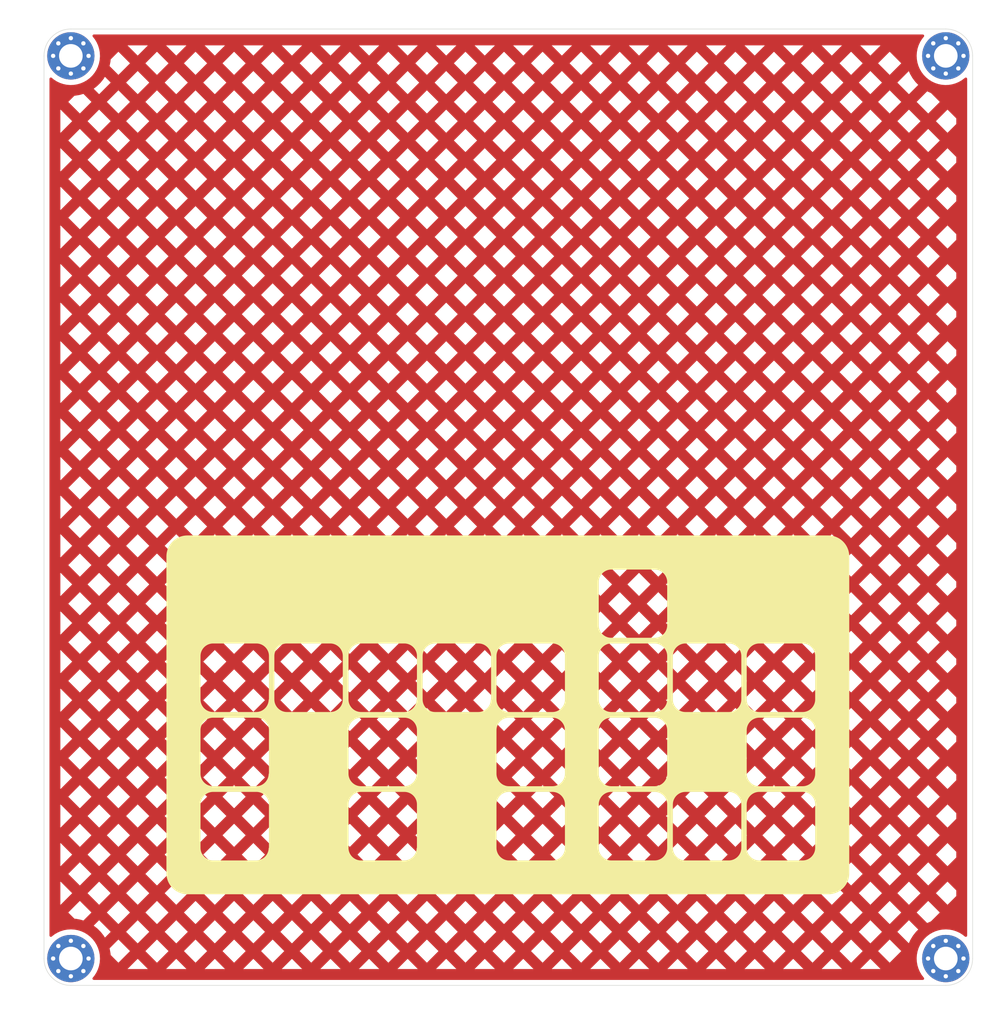
<source format=kicad_pcb>
(kicad_pcb (version 20211014) (generator pcbnew)
  (layers (0 "F.Cu" signal) (31 "B.Cu" signal) (34 "B.Paste" user) (35 "F.Paste" user) (36 "B.SilkS" user "B.Silkscreen") (37 "F.SilkS" user "F.Silkscreen") (38 "B.Mask" user) (39 "F.Mask" user) (44 "Edge.Cuts" user))
  (net 0 "")
  (footprint "MountingHole:MountingHole_2.2mm_M2_Pad_Via" (layer "F.Cu") (at 126.5 28.5)
    (fp_text reference " " (at 0 -3.2) (layer "F.SilkS"))
    (fp_text value "MountingHole")
    (pad "1" thru_hole circle locked (at 1.166726 1.166726) (size 0.7 0.7) (drill 0.4) (layers *.Cu *.Mask))
    (pad "1" thru_hole circle locked (at 0 1.65) (size 0.7 0.7) (drill 0.4) (layers *.Cu *.Mask))
    (pad "1" thru_hole circle locked (at -1.65 0) (size 0.7 0.7) (drill 0.4) (layers *.Cu *.Mask))
    (pad "1" thru_hole circle locked (at 1.65 0) (size 0.7 0.7) (drill 0.4) (layers *.Cu *.Mask))
    (pad "1" thru_hole circle locked (at 1.166726 -1.166726) (size 0.7 0.7) (drill 0.4) (layers *.Cu *.Mask))
    (pad "1" thru_hole circle locked (at -1.166726 -1.166726) (size 0.7 0.7) (drill 0.4) (layers *.Cu *.Mask))
    (pad "1" thru_hole circle locked (at -1.166726 1.166726) (size 0.7 0.7) (drill 0.4) (layers *.Cu *.Mask))
    (pad "1" thru_hole circle locked (at 0 0) (size 4.4 4.4) (drill 2.2) (layers *.Cu *.Mask))
    (pad "1" thru_hole circle locked (at 0 -1.65) (size 0.7 0.7) (drill 0.4) (layers *.Cu *.Mask))
  )
  (footprint "MountingHole:MountingHole_2.2mm_M2_Pad_Via" (layer "F.Cu") (at 208 28.5)
    (fp_text reference " " (at 0 -3.2) (layer "F.SilkS"))
    (fp_text value "MountingHole")
    (pad "1" thru_hole circle locked (at 0 0) (size 4.4 4.4) (drill 2.2) (layers *.Cu *.Mask))
    (pad "1" thru_hole circle locked (at -1.166726 1.166726) (size 0.7 0.7) (drill 0.4) (layers *.Cu *.Mask))
    (pad "1" thru_hole circle locked (at -1.65 0) (size 0.7 0.7) (drill 0.4) (layers *.Cu *.Mask))
    (pad "1" thru_hole circle locked (at 1.65 0) (size 0.7 0.7) (drill 0.4) (layers *.Cu *.Mask))
    (pad "1" thru_hole circle locked (at 1.166726 -1.166726) (size 0.7 0.7) (drill 0.4) (layers *.Cu *.Mask))
    (pad "1" thru_hole circle locked (at 1.166726 1.166726) (size 0.7 0.7) (drill 0.4) (layers *.Cu *.Mask))
    (pad "1" thru_hole circle locked (at 0 1.65) (size 0.7 0.7) (drill 0.4) (layers *.Cu *.Mask))
    (pad "1" thru_hole circle locked (at -1.166726 -1.166726) (size 0.7 0.7) (drill 0.4) (layers *.Cu *.Mask))
    (pad "1" thru_hole circle locked (at 0 -1.65) (size 0.7 0.7) (drill 0.4) (layers *.Cu *.Mask))
  )
  (footprint "MountingHole:MountingHole_2.2mm_M2_Pad_Via" (layer "F.Cu") (at 208 112.5)
    (fp_text reference " " (at 0 -3.2) (layer "F.SilkS"))
    (fp_text value "MountingHole")
    (pad "1" thru_hole circle locked (at -1.65 0) (size 0.7 0.7) (drill 0.4) (layers *.Cu *.Mask))
    (pad "1" thru_hole circle locked (at 1.166726 -1.166726) (size 0.7 0.7) (drill 0.4) (layers *.Cu *.Mask))
    (pad "1" thru_hole circle locked (at 1.166726 1.166726) (size 0.7 0.7) (drill 0.4) (layers *.Cu *.Mask))
    (pad "1" thru_hole circle locked (at 0 1.65) (size 0.7 0.7) (drill 0.4) (layers *.Cu *.Mask))
    (pad "1" thru_hole circle locked (at 1.65 0) (size 0.7 0.7) (drill 0.4) (layers *.Cu *.Mask))
    (pad "1" thru_hole circle locked (at 0 0) (size 4.4 4.4) (drill 2.2) (layers *.Cu *.Mask))
    (pad "1" thru_hole circle locked (at -1.166726 -1.166726) (size 0.7 0.7) (drill 0.4) (layers *.Cu *.Mask))
    (pad "1" thru_hole circle locked (at 0 -1.65) (size 0.7 0.7) (drill 0.4) (layers *.Cu *.Mask))
    (pad "1" thru_hole circle locked (at -1.166726 1.166726) (size 0.7 0.7) (drill 0.4) (layers *.Cu *.Mask))
  )
  (footprint "MountingHole:MountingHole_2.2mm_M2_Pad_Via" (layer "F.Cu") (at 126.5 112.5)
    (fp_text reference " " (at 0 -3.2) (layer "F.SilkS"))
    (fp_text value "MountingHole")
    (pad "1" thru_hole circle locked (at -1.166726 1.166726) (size 0.7 0.7) (drill 0.4) (layers *.Cu *.Mask))
    (pad "1" thru_hole circle locked (at 0 1.65) (size 0.7 0.7) (drill 0.4) (layers *.Cu *.Mask))
    (pad "1" thru_hole circle locked (at -1.65 0) (size 0.7 0.7) (drill 0.4) (layers *.Cu *.Mask))
    (pad "1" thru_hole circle locked (at -1.166726 -1.166726) (size 0.7 0.7) (drill 0.4) (layers *.Cu *.Mask))
    (pad "1" thru_hole circle locked (at 0 0) (size 4.4 4.4) (drill 2.2) (layers *.Cu *.Mask))
    (pad "1" thru_hole circle locked (at 1.65 0) (size 0.7 0.7) (drill 0.4) (layers *.Cu *.Mask))
    (pad "1" thru_hole circle locked (at 1.166726 1.166726) (size 0.7 0.7) (drill 0.4) (layers *.Cu *.Mask))
    (pad "1" thru_hole circle locked (at 1.166726 -1.166726) (size 0.7 0.7) (drill 0.4) (layers *.Cu *.Mask))
    (pad "1" thru_hole circle locked (at 0 -1.65) (size 0.7 0.7) (drill 0.4) (layers *.Cu *.Mask))
  )
  (gr_poly (pts (xy 197.151371 73.130455) (xy 197.251069 73.137987) (xy 197.349284 73.150394) (xy 197.445895 73.167553) (xy 197.540782 73.189343) (xy 197.633823 73.215644) (xy 197.724897 73.246334) (xy 197.813883 73.281293) (xy 197.900659 73.320398) (xy 197.985106 73.363529) (xy 198.067101 73.410565) (xy 198.146523 73.461385) (xy 198.223252 73.515867) (xy 198.297166 73.573891) (xy 198.368144 73.635335) (xy 198.436065 73.700078) (xy 198.500809 73.768) (xy 198.562252 73.838978) (xy 198.620276 73.912892) (xy 198.674758 73.989621) (xy 198.725578 74.069044) (xy 198.772613 74.151039) (xy 198.815744 74.235486) (xy 198.85485 74.322263) (xy 198.889808 74.411249) (xy 198.920498 74.502323) (xy 198.946798 74.595364) (xy 198.968589 74.690251) (xy 198.985748 74.786862) (xy 198.998154 74.885077) (xy 199.005687 74.984775) (xy 199.008224 75.085834) (xy 199.008224 104.560416) (xy 199.005687 104.661475) (xy 198.998154 104.761173) (xy 198.985748 104.859388) (xy 198.968589 104.955999) (xy 198.946798 105.050886) (xy 198.920498 105.143927) (xy 198.889808 105.235001) (xy 198.85485 105.323987) (xy 198.815744 105.410764) (xy 198.772613 105.495211) (xy 198.725578 105.577206) (xy 198.674758 105.656629) (xy 198.620276 105.733358) (xy 198.562252 105.807272) (xy 198.500809 105.87825) (xy 198.436065 105.946171) (xy 198.368144 106.010915) (xy 198.297166 106.072359) (xy 198.223252 106.130382) (xy 198.146523 106.184865) (xy 198.067101 106.235684) (xy 197.985106 106.28272) (xy 197.900659 106.325852) (xy 197.813883 106.364957) (xy 197.724897 106.399915) (xy 197.633823 106.430605) (xy 197.540782 106.456906) (xy 197.445895 106.478696) (xy 197.349284 106.495855) (xy 197.251069 106.508262) (xy 197.151371 106.515794) (xy 197.050312 106.518332) (xy 137.360314 106.518332) (xy 137.259255 106.515794) (xy 137.159557 106.508262) (xy 137.061342 106.495855) (xy 136.964731 106.478696) (xy 136.869844 106.456906) (xy 136.776803 106.430605) (xy 136.685729 106.399915) (xy 136.596743 106.364957) (xy 136.509966 106.325852) (xy 136.425519 106.28272) (xy 136.343524 106.235684) (xy 136.264101 106.184865) (xy 136.187372 106.130382) (xy 136.113458 106.072359) (xy 136.04248 106.010915) (xy 135.974558 105.946171) (xy 135.909815 105.87825) (xy 135.848371 105.807272) (xy 135.790347 105.733358) (xy 135.735865 105.656629) (xy 135.685045 105.577206) (xy 135.638009 105.495211) (xy 135.594878 105.410764) (xy 135.555773 105.323987) (xy 135.520814 105.235001) (xy 135.490124 105.143927) (xy 135.463823 105.050886) (xy 135.442033 104.955999) (xy 135.424874 104.859388) (xy 135.412467 104.761173) (xy 135.404935 104.661475) (xy 135.402397 104.560416) (xy 135.402397 102.205624) (xy 138.577397 102.205624) (xy 138.578934 102.264833) (xy 138.583495 102.323343) (xy 138.591001 102.381079) (xy 138.601375 102.437962) (xy 138.614539 102.493914) (xy 138.630417 102.548859) (xy 138.64893 102.602719) (xy 138.670001 102.655416) (xy 138.693552 102.706873) (xy 138.719507 102.757012) (xy 138.747787 102.805756) (xy 138.778315 102.853027) (xy 138.811013 102.898748) (xy 138.845804 102.942841) (xy 138.882611 102.985228) (xy 138.921355 103.025833) (xy 138.96196 103.064577) (xy 139.004347 103.101384) (xy 139.04844 103.136175) (xy 139.094161 103.168874) (xy 139.141432 103.199401) (xy 139.190176 103.227681) (xy 139.240315 103.253636) (xy 139.291772 103.277187) (xy 139.344469 103.298259) (xy 139.398328 103.316772) (xy 139.453273 103.332649) (xy 139.509226 103.345814) (xy 139.566109 103.356188) (xy 139.623844 103.363694) (xy 139.682355 103.368254) (xy 139.741563 103.369792) (xy 143.76323 103.369792) (xy 143.822438 103.368254) (xy 143.880949 103.363694) (xy 143.938684 103.356188) (xy 143.995567 103.345814) (xy 144.05152 103.332649) (xy 144.106465 103.316772) (xy 144.160324 103.298259) (xy 144.213022 103.277187) (xy 144.264478 103.253636) (xy 144.314617 103.227681) (xy 144.363361 103.199401) (xy 144.410632 103.168874) (xy 144.456353 103.136175) (xy 144.500446 103.101384) (xy 144.542833 103.064577) (xy 144.583438 103.025833) (xy 144.622183 102.985228) (xy 144.658989 102.942841) (xy 144.69378 102.898748) (xy 144.726479 102.853027) (xy 144.757006 102.805756) (xy 144.785286 102.757012) (xy 144.811241 102.706873) (xy 144.834792 102.655416) (xy 144.855863 102.602719) (xy 144.874377 102.548859) (xy 144.890254 102.493914) (xy 144.903419 102.437962) (xy 144.913793 102.381079) (xy 144.921299 102.323343) (xy 144.925859 102.264833) (xy 144.927397 102.205624) (xy 144.953855 102.205624) (xy 152.362188 102.205624) (xy 152.363726 102.264833) (xy 152.368286 102.323343) (xy 152.375792 102.381079) (xy 152.386166 102.437962) (xy 152.399331 102.493914) (xy 152.415208 102.548859) (xy 152.433721 102.602719) (xy 152.454792 102.655416) (xy 152.478344 102.706873) (xy 152.504298 102.757012) (xy 152.532578 102.805756) (xy 152.563106 102.853027) (xy 152.595804 102.898748) (xy 152.630595 102.942841) (xy 152.667402 102.985228) (xy 152.706146 103.025833) (xy 152.746751 103.064577) (xy 152.789138 103.101384) (xy 152.833231 103.136175) (xy 152.878952 103.168874) (xy 152.926223 103.199401) (xy 152.974966 103.227681) (xy 153.025105 103.253636) (xy 153.076562 103.277187) (xy 153.129259 103.298259) (xy 153.183119 103.316772) (xy 153.238064 103.332649) (xy 153.294016 103.345814) (xy 153.350899 103.356188) (xy 153.408635 103.363694) (xy 153.467145 103.368254) (xy 153.526354 103.369792) (xy 157.548019 103.369792) (xy 157.607228 103.368254) (xy 157.665738 103.363694) (xy 157.723474 103.356188) (xy 157.780357 103.345814) (xy 157.836309 103.332649) (xy 157.891254 103.316772) (xy 157.945114 103.298259) (xy 157.997811 103.277187) (xy 158.049268 103.253636) (xy 158.099407 103.227681) (xy 158.148151 103.199401) (xy 158.195422 103.168874) (xy 158.241143 103.136175) (xy 158.285236 103.101384) (xy 158.327623 103.064577) (xy 158.368228 103.025833) (xy 158.406972 102.985228) (xy 158.443779 102.942841) (xy 158.47857 102.898748) (xy 158.511269 102.853027) (xy 158.541796 102.805756) (xy 158.570076 102.757012) (xy 158.596031 102.706873) (xy 158.619582 102.655416) (xy 158.640653 102.602719) (xy 158.659167 102.548859) (xy 158.675044 102.493914) (xy 158.688209 102.437962) (xy 158.698583 102.381079) (xy 158.706089 102.323343) (xy 158.710649 102.264833) (xy 158.712187 102.205624) (xy 158.738647 102.205624) (xy 166.14698 102.205624) (xy 166.148518 102.264833) (xy 166.153078 102.323343) (xy 166.160584 102.381079) (xy 166.170958 102.437962) (xy 166.184123 102.493914) (xy 166.2 102.548859) (xy 166.218513 102.602719) (xy 166.239584 102.655416) (xy 166.263136 102.706873) (xy 166.28909 102.757012) (xy 166.31737 102.805756) (xy 166.347898 102.853027) (xy 166.380597 102.898748) (xy 166.415388 102.942841) (xy 166.452194 102.985228) (xy 166.490939 103.025833) (xy 166.531544 103.064577) (xy 166.573931 103.101384) (xy 166.618024 103.136175) (xy 166.663745 103.168874) (xy 166.711016 103.199401) (xy 166.75976 103.227681) (xy 166.809899 103.253636) (xy 166.861356 103.277187) (xy 166.914053 103.298259) (xy 166.967913 103.316772) (xy 167.022858 103.332649) (xy 167.07881 103.345814) (xy 167.135693 103.356188) (xy 167.193429 103.363694) (xy 167.251939 103.368254) (xy 167.311148 103.369792) (xy 171.359272 103.369792) (xy 171.41848 103.368254) (xy 171.47699 103.363694) (xy 171.534726 103.356188) (xy 171.591609 103.345814) (xy 171.647561 103.332649) (xy 171.702506 103.316772) (xy 171.756366 103.298259) (xy 171.809063 103.277187) (xy 171.860519 103.253636) (xy 171.910658 103.227681) (xy 171.959402 103.199401) (xy 172.006673 103.168874) (xy 172.052394 103.136175) (xy 172.096487 103.101384) (xy 172.138874 103.064577) (xy 172.179479 103.025833) (xy 172.218223 102.985228) (xy 172.25503 102.942841) (xy 172.289821 102.898748) (xy 172.322519 102.853027) (xy 172.353047 102.805756) (xy 172.381327 102.757012) (xy 172.407282 102.706873) (xy 172.430833 102.655416) (xy 172.451904 102.602719) (xy 172.470417 102.548859) (xy 172.486295 102.493914) (xy 172.499459 102.437962) (xy 172.509834 102.381079) (xy 172.51734 102.323343) (xy 172.5219 102.264833) (xy 172.523437 102.205624) (xy 175.671982 102.205624) (xy 175.673519 102.264833) (xy 175.678079 102.323343) (xy 175.685586 102.381079) (xy 175.69596 102.437962) (xy 175.709124 102.493914) (xy 175.725002 102.548859) (xy 175.743515 102.602719) (xy 175.764586 102.655416) (xy 175.788137 102.706873) (xy 175.814092 102.757012) (xy 175.842372 102.805756) (xy 175.8729 102.853027) (xy 175.905598 102.898748) (xy 175.940389 102.942841) (xy 175.977196 102.985228) (xy 176.01594 103.025833) (xy 176.056545 103.064577) (xy 176.098932 103.101384) (xy 176.143025 103.136175) (xy 176.188746 103.168874) (xy 176.236017 103.199401) (xy 176.284761 103.227681) (xy 176.3349 103.253636) (xy 176.386356 103.277187) (xy 176.439053 103.298259) (xy 176.492913 103.316772) (xy 176.547858 103.332649) (xy 176.60381 103.345814) (xy 176.660693 103.356188) (xy 176.718429 103.363694) (xy 176.776939 103.368254) (xy 176.836147 103.369792) (xy 180.884273 103.369792) (xy 180.943481 103.368254) (xy 181.001992 103.363694) (xy 181.059727 103.356188) (xy 181.11661 103.345814) (xy 181.172563 103.332649) (xy 181.227508 103.316772) (xy 181.281367 103.298259) (xy 181.334064 103.277187) (xy 181.385521 103.253636) (xy 181.43566 103.227681) (xy 181.484404 103.199401) (xy 181.531675 103.168874) (xy 181.577395 103.136175) (xy 181.621488 103.101384) (xy 181.663876 103.064577) (xy 181.70448 103.025833) (xy 181.743225 102.985228) (xy 181.780031 102.942841) (xy 181.814823 102.898748) (xy 181.847521 102.853027) (xy 181.878049 102.805756) (xy 181.906329 102.757012) (xy 181.932283 102.706873) (xy 181.955835 102.655416) (xy 181.976906 102.602719) (xy 181.995419 102.548859) (xy 182.011296 102.493914) (xy 182.024461 102.437962) (xy 182.034835 102.381079) (xy 182.042341 102.323343) (xy 182.046901 102.264833) (xy 182.048439 102.205624) (xy 182.577602 102.205624) (xy 182.57914 102.264833) (xy 182.5837 102.323343) (xy 182.591206 102.381079) (xy 182.60158 102.437962) (xy 182.614745 102.493914) (xy 182.630622 102.548859) (xy 182.649135 102.602719) (xy 182.670206 102.655416) (xy 182.693758 102.706873) (xy 182.719712 102.757012) (xy 182.747992 102.805756) (xy 182.77852 102.853027) (xy 182.811219 102.898748) (xy 182.84601 102.942841) (xy 182.882816 102.985228) (xy 182.921561 103.025833) (xy 182.962165 103.064577) (xy 183.004553 103.101384) (xy 183.048646 103.136175) (xy 183.094366 103.168874) (xy 183.141637 103.199401) (xy 183.190381 103.227681) (xy 183.24052 103.253636) (xy 183.291977 103.277187) (xy 183.344674 103.298259) (xy 183.398534 103.316772) (xy 183.453478 103.332649) (xy 183.509431 103.345814) (xy 183.566314 103.356188) (xy 183.624049 103.363694) (xy 183.68256 103.368254) (xy 183.741768 103.369792) (xy 187.789894 103.369792) (xy 187.849102 103.368254) (xy 187.907613 103.363694) (xy 187.965348 103.356188) (xy 188.022231 103.345814) (xy 188.078183 103.332649) (xy 188.133128 103.316772) (xy 188.186988 103.298259) (xy 188.239685 103.277187) (xy 188.291141 103.253636) (xy 188.34128 103.227681) (xy 188.390024 103.199401) (xy 188.437295 103.168874) (xy 188.483016 103.136175) (xy 188.527109 103.101384) (xy 188.569496 103.064577) (xy 188.610101 103.025833) (xy 188.648845 102.985228) (xy 188.685652 102.942841) (xy 188.720443 102.898748) (xy 188.753141 102.853027) (xy 188.783669 102.805756) (xy 188.811949 102.757012) (xy 188.837904 102.706873) (xy 188.861455 102.655416) (xy 188.882526 102.602719) (xy 188.901039 102.548859) (xy 188.916917 102.493914) (xy 188.930082 102.437962) (xy 188.940456 102.381079) (xy 188.947962 102.323343) (xy 188.952522 102.264833) (xy 188.954059 102.205624) (xy 189.456772 102.205624) (xy 189.458309 102.264833) (xy 189.462869 102.323343) (xy 189.470375 102.381079) (xy 189.480749 102.437962) (xy 189.493914 102.493914) (xy 189.509791 102.548859) (xy 189.528304 102.602719) (xy 189.549375 102.655416) (xy 189.572927 102.706873) (xy 189.598881 102.757012) (xy 189.627161 102.805756) (xy 189.657689 102.853027) (xy 189.690387 102.898748) (xy 189.725178 102.942841) (xy 189.761984 102.985228) (xy 189.800728 103.025833) (xy 189.841333 103.064577) (xy 189.88372 103.101384) (xy 189.927813 103.136175) (xy 189.973533 103.168874) (xy 190.020804 103.199401) (xy 190.069548 103.227681) (xy 190.119687 103.253636) (xy 190.171143 103.277187) (xy 190.22384 103.298259) (xy 190.2777 103.316772) (xy 190.332644 103.332649) (xy 190.388597 103.345814) (xy 190.445479 103.356188) (xy 190.503215 103.363694) (xy 190.561725 103.368254) (xy 190.620933 103.369792) (xy 194.66906 103.369792) (xy 194.728268 103.368254) (xy 194.786778 103.363694) (xy 194.844514 103.356188) (xy 194.901396 103.345814) (xy 194.957349 103.332649) (xy 195.012294 103.316772) (xy 195.066153 103.298259) (xy 195.11885 103.277187) (xy 195.170307 103.253636) (xy 195.220446 103.227681) (xy 195.26919 103.199401) (xy 195.316461 103.168874) (xy 195.362182 103.136175) (xy 195.406274 103.101384) (xy 195.448662 103.064577) (xy 195.489267 103.025833) (xy 195.528011 102.985228) (xy 195.564818 102.942841) (xy 195.599609 102.898748) (xy 195.632307 102.853027) (xy 195.662835 102.805756) (xy 195.691115 102.757012) (xy 195.717069 102.706873) (xy 195.740621 102.655416) (xy 195.761692 102.602719) (xy 195.780205 102.548859) (xy 195.796083 102.493914) (xy 195.809247 102.437962) (xy 195.819621 102.381079) (xy 195.827127 102.323343) (xy 195.831688 102.264833) (xy 195.833225 102.205624) (xy 195.833225 98.157498) (xy 195.831688 98.09829) (xy 195.827127 98.039779) (xy 195.819621 97.982044) (xy 195.809247 97.925161) (xy 195.796083 97.869208) (xy 195.780205 97.814263) (xy 195.761692 97.760403) (xy 195.740621 97.707706) (xy 195.717069 97.656249) (xy 195.691115 97.60611) (xy 195.662835 97.557366) (xy 195.632307 97.510095) (xy 195.599609 97.464375) (xy 195.564818 97.420282) (xy 195.528011 97.377894) (xy 195.489267 97.337289) (xy 195.448662 97.298545) (xy 195.406274 97.261738) (xy 195.362182 97.226947) (xy 195.316461 97.194249) (xy 195.26919 97.163721) (xy 195.220446 97.135441) (xy 195.170307 97.109486) (xy 195.11885 97.085935) (xy 195.066153 97.064864) (xy 195.012294 97.046351) (xy 194.957349 97.030473) (xy 194.901396 97.017309) (xy 194.844514 97.006934) (xy 194.786778 96.999428) (xy 194.728268 96.994868) (xy 194.66906 96.993331) (xy 190.620933 96.993331) (xy 190.561725 96.994868) (xy 190.503215 96.999428) (xy 190.445479 97.006934) (xy 190.388597 97.017309) (xy 190.332644 97.030473) (xy 190.2777 97.046351) (xy 190.22384 97.064864) (xy 190.171143 97.085935) (xy 190.119687 97.109486) (xy 190.069548 97.135441) (xy 190.020804 97.163721) (xy 189.973533 97.194249) (xy 189.927813 97.226947) (xy 189.88372 97.261738) (xy 189.841333 97.298545) (xy 189.800728 97.337289) (xy 189.761984 97.377894) (xy 189.725178 97.420282) (xy 189.690387 97.464375) (xy 189.657689 97.510095) (xy 189.627161 97.557366) (xy 189.598881 97.60611) (xy 189.572927 97.656249) (xy 189.549375 97.707706) (xy 189.528304 97.760403) (xy 189.509791 97.814263) (xy 189.493914 97.869208) (xy 189.480749 97.925161) (xy 189.470375 97.982044) (xy 189.462869 98.039779) (xy 189.458309 98.09829) (xy 189.456772 98.157498) (xy 189.456772 102.205624) (xy 188.954059 102.205624) (xy 188.954059 98.157498) (xy 188.952522 98.09829) (xy 188.947962 98.039779) (xy 188.940456 97.982044) (xy 188.930082 97.925161) (xy 188.916917 97.869208) (xy 188.901039 97.814263) (xy 188.882526 97.760403) (xy 188.861455 97.707706) (xy 188.837904 97.656249) (xy 188.811949 97.60611) (xy 188.783669 97.557366) (xy 188.753141 97.510095) (xy 188.720443 97.464375) (xy 188.685652 97.420282) (xy 188.648845 97.377894) (xy 188.610101 97.337289) (xy 188.569496 97.298545) (xy 188.527109 97.261738) (xy 188.483016 97.226947) (xy 188.437295 97.194249) (xy 188.390024 97.163721) (xy 188.34128 97.135441) (xy 188.291141 97.109486) (xy 188.239685 97.085935) (xy 188.186988 97.064864) (xy 188.133128 97.046351) (xy 188.078183 97.030473) (xy 188.022231 97.017309) (xy 187.965348 97.006934) (xy 187.907613 96.999428) (xy 187.849102 96.994868) (xy 187.789894 96.993331) (xy 183.741768 96.993331) (xy 183.68256 96.994868) (xy 183.624049 96.999428) (xy 183.566314 97.006934) (xy 183.509431 97.017309) (xy 183.453478 97.030473) (xy 183.398534 97.046351) (xy 183.344674 97.064864) (xy 183.291977 97.085935) (xy 183.24052 97.109486) (xy 183.190381 97.135441) (xy 183.141637 97.163721) (xy 183.094366 97.194249) (xy 183.048646 97.226947) (xy 183.004553 97.261738) (xy 182.962165 97.298545) (xy 182.921561 97.337289) (xy 182.882816 97.377894) (xy 182.84601 97.420282) (xy 182.811219 97.464375) (xy 182.77852 97.510095) (xy 182.747992 97.557366) (xy 182.719712 97.60611) (xy 182.693758 97.656249) (xy 182.670206 97.707706) (xy 182.649135 97.760403) (xy 182.630622 97.814263) (xy 182.614745 97.869208) (xy 182.60158 97.925161) (xy 182.591206 97.982044) (xy 182.5837 98.039779) (xy 182.57914 98.09829) (xy 182.577602 98.157498) (xy 182.577602 102.205624) (xy 182.048439 102.205624) (xy 182.048439 98.157498) (xy 182.046901 98.09829) (xy 182.042341 98.039779) (xy 182.034835 97.982044) (xy 182.024461 97.925161) (xy 182.011296 97.869208) (xy 181.995419 97.814263) (xy 181.976906 97.760403) (xy 181.955835 97.707706) (xy 181.932283 97.656249) (xy 181.906329 97.60611) (xy 181.878049 97.557366) (xy 181.847521 97.510095) (xy 181.814823 97.464375) (xy 181.780031 97.420282) (xy 181.743225 97.377894) (xy 181.70448 97.337289) (xy 181.663876 97.298545) (xy 181.621488 97.261738) (xy 181.577395 97.226947) (xy 181.531675 97.194249) (xy 181.484404 97.163721) (xy 181.43566 97.135441) (xy 181.385521 97.109486) (xy 181.334064 97.085935) (xy 181.281367 97.064864) (xy 181.227508 97.046351) (xy 181.172563 97.030473) (xy 181.11661 97.017309) (xy 181.059727 97.006934) (xy 181.001992 96.999428) (xy 180.943481 96.994868) (xy 180.884273 96.993331) (xy 176.836147 96.993331) (xy 176.776939 96.994868) (xy 176.718429 96.999428) (xy 176.660693 97.006934) (xy 176.60381 97.017309) (xy 176.547858 97.030473) (xy 176.492913 97.046351) (xy 176.439053 97.064864) (xy 176.386356 97.085935) (xy 176.3349 97.109486) (xy 176.284761 97.135441) (xy 176.236017 97.163721) (xy 176.188746 97.194249) (xy 176.143025 97.226947) (xy 176.098932 97.261738) (xy 176.056545 97.298545) (xy 176.01594 97.337289) (xy 175.977196 97.377894) (xy 175.940389 97.420282) (xy 175.905598 97.464375) (xy 175.8729 97.510095) (xy 175.842372 97.557366) (xy 175.814092 97.60611) (xy 175.788137 97.656249) (xy 175.764586 97.707706) (xy 175.743515 97.760403) (xy 175.725002 97.814263) (xy 175.709124 97.869208) (xy 175.69596 97.925161) (xy 175.685586 97.982044) (xy 175.678079 98.039779) (xy 175.673519 98.09829) (xy 175.671982 98.157498) (xy 175.671982 102.205624) (xy 172.523437 102.205624) (xy 172.523437 98.157498) (xy 172.5219 98.09829) (xy 172.51734 98.039779) (xy 172.509834 97.982044) (xy 172.499459 97.925161) (xy 172.486295 97.869208) (xy 172.470417 97.814263) (xy 172.451904 97.760403) (xy 172.430833 97.707706) (xy 172.407282 97.656249) (xy 172.381327 97.60611) (xy 172.353047 97.557366) (xy 172.322519 97.510095) (xy 172.289821 97.464375) (xy 172.25503 97.420282) (xy 172.218223 97.377894) (xy 172.179479 97.337289) (xy 172.138874 97.298545) (xy 172.096487 97.261738) (xy 172.052394 97.226947) (xy 172.006673 97.194249) (xy 171.959402 97.163721) (xy 171.910658 97.135441) (xy 171.860519 97.109486) (xy 171.809063 97.085935) (xy 171.756366 97.064864) (xy 171.702506 97.046351) (xy 171.647561 97.030473) (xy 171.591609 97.017309) (xy 171.534726 97.006934) (xy 171.47699 96.999428) (xy 171.41848 96.994868) (xy 171.359272 96.993331) (xy 167.311148 96.993331) (xy 167.251939 96.994868) (xy 167.193429 96.999428) (xy 167.135693 97.006934) (xy 167.07881 97.017309) (xy 167.022858 97.030473) (xy 166.967913 97.046351) (xy 166.914053 97.064864) (xy 166.861356 97.085935) (xy 166.809899 97.109486) (xy 166.75976 97.135441) (xy 166.711016 97.163721) (xy 166.663745 97.194249) (xy 166.618024 97.226947) (xy 166.573931 97.261738) (xy 166.531544 97.298545) (xy 166.490939 97.337289) (xy 166.452194 97.377894) (xy 166.415388 97.420282) (xy 166.380597 97.464375) (xy 166.347898 97.510095) (xy 166.31737 97.557366) (xy 166.28909 97.60611) (xy 166.263136 97.656249) (xy 166.239584 97.707706) (xy 166.218513 97.760403) (xy 166.2 97.814263) (xy 166.184123 97.869208) (xy 166.170958 97.925161) (xy 166.160584 97.982044) (xy 166.153078 98.039779) (xy 166.148518 98.09829) (xy 166.14698 98.157498) (xy 166.14698 102.205624) (xy 158.738647 102.205624) (xy 158.738647 98.157498) (xy 158.73711 98.09829) (xy 158.73255 98.039779) (xy 158.725043 97.982044) (xy 158.714669 97.925161) (xy 158.701505 97.869208) (xy 158.685627 97.814263) (xy 158.667114 97.760403) (xy 158.646043 97.707706) (xy 158.622492 97.656249) (xy 158.596537 97.60611) (xy 158.568257 97.557366) (xy 158.537729 97.510095) (xy 158.505031 97.464375) (xy 158.47024 97.420282) (xy 158.433433 97.377894) (xy 158.394689 97.337289) (xy 158.354084 97.298545) (xy 158.311696 97.261738) (xy 158.267603 97.226947) (xy 158.221883 97.194249) (xy 158.174612 97.163721) (xy 158.125868 97.135441) (xy 158.075729 97.109486) (xy 158.024272 97.085935) (xy 157.971575 97.064864) (xy 157.917715 97.046351) (xy 157.86277 97.030473) (xy 157.806817 97.017309) (xy 157.749934 97.006934) (xy 157.692199 96.999428) (xy 157.633688 96.994868) (xy 157.57448 96.993331) (xy 153.526354 96.993331) (xy 153.467145 96.994868) (xy 153.408635 96.999428) (xy 153.350899 97.006934) (xy 153.294016 97.017309) (xy 153.238064 97.030473) (xy 153.183119 97.046351) (xy 153.129259 97.064864) (xy 153.076562 97.085935) (xy 153.025105 97.109486) (xy 152.974966 97.135441) (xy 152.926223 97.163721) (xy 152.878952 97.194249) (xy 152.833231 97.226947) (xy 152.789138 97.261738) (xy 152.746751 97.298545) (xy 152.706146 97.337289) (xy 152.667402 97.377894) (xy 152.630595 97.420282) (xy 152.595804 97.464375) (xy 152.563106 97.510095) (xy 152.532578 97.557366) (xy 152.504298 97.60611) (xy 152.478344 97.656249) (xy 152.454792 97.707706) (xy 152.433721 97.760403) (xy 152.415208 97.814263) (xy 152.399331 97.869208) (xy 152.386166 97.925161) (xy 152.375792 97.982044) (xy 152.368286 98.039779) (xy 152.363726 98.09829) (xy 152.362188 98.157498) (xy 152.362188 102.205624) (xy 144.953855 102.205624) (xy 144.953855 98.157498) (xy 144.952318 98.09829) (xy 144.947758 98.039779) (xy 144.940252 97.982044) (xy 144.929877 97.925161) (xy 144.916713 97.869208) (xy 144.900835 97.814263) (xy 144.882322 97.760403) (xy 144.861251 97.707706) (xy 144.8377 97.656249) (xy 144.811745 97.60611) (xy 144.783465 97.557366) (xy 144.752937 97.510095) (xy 144.720239 97.464375) (xy 144.685448 97.420282) (xy 144.648642 97.377894) (xy 144.609897 97.337289) (xy 144.569292 97.298545) (xy 144.526905 97.261738) (xy 144.482812 97.226947) (xy 144.437091 97.194249) (xy 144.38982 97.163721) (xy 144.341076 97.135441) (xy 144.290937 97.109486) (xy 144.23948 97.085935) (xy 144.186783 97.064864) (xy 144.132923 97.046351) (xy 144.077978 97.030473) (xy 144.022026 97.017309) (xy 143.965143 97.006934) (xy 143.907407 96.999428) (xy 143.848896 96.994868) (xy 143.789688 96.993331) (xy 139.741563 96.993331) (xy 139.682355 96.994868) (xy 139.623844 96.999428) (xy 139.566109 97.006934) (xy 139.509226 97.017309) (xy 139.453273 97.030473) (xy 139.398328 97.046351) (xy 139.344469 97.064864) (xy 139.291772 97.085935) (xy 139.240315 97.109486) (xy 139.190176 97.135441) (xy 139.141432 97.163721) (xy 139.094161 97.194249) (xy 139.04844 97.226947) (xy 139.004347 97.261738) (xy 138.96196 97.298545) (xy 138.921355 97.337289) (xy 138.882611 97.377894) (xy 138.845804 97.420282) (xy 138.811013 97.464375) (xy 138.778315 97.510095) (xy 138.747787 97.557366) (xy 138.719507 97.60611) (xy 138.693552 97.656249) (xy 138.670001 97.707706) (xy 138.64893 97.760403) (xy 138.630417 97.814263) (xy 138.614539 97.869208) (xy 138.601375 97.925161) (xy 138.591001 97.982044) (xy 138.583495 98.039779) (xy 138.578934 98.09829) (xy 138.577397 98.157498) (xy 138.577397 102.205624) (xy 135.402397 102.205624) (xy 135.402397 95.3) (xy 138.577397 95.3) (xy 138.578934 95.359208) (xy 138.583495 95.417719) (xy 138.591001 95.475454) (xy 138.601375 95.532337) (xy 138.614539 95.58829) (xy 138.630417 95.643235) (xy 138.64893 95.697095) (xy 138.670001 95.749792) (xy 138.693552 95.801249) (xy 138.719507 95.851388) (xy 138.747787 95.900132) (xy 138.778315 95.947403) (xy 138.811013 95.993123) (xy 138.845804 96.037216) (xy 138.882611 96.079604) (xy 138.921355 96.120209) (xy 138.96196 96.158953) (xy 139.004347 96.19576) (xy 139.04844 96.230551) (xy 139.094161 96.263249) (xy 139.141432 96.293777) (xy 139.190176 96.322057) (xy 139.240315 96.348012) (xy 139.291772 96.371563) (xy 139.344469 96.392634) (xy 139.398328 96.411147) (xy 139.453273 96.427025) (xy 139.509226 96.440189) (xy 139.566109 96.450563) (xy 139.623844 96.45807) (xy 139.682355 96.46263) (xy 139.741563 96.464167) (xy 143.76323 96.464167) (xy 143.822438 96.46263) (xy 143.880949 96.45807) (xy 143.938684 96.450563) (xy 143.995567 96.440189) (xy 144.05152 96.427025) (xy 144.106465 96.411147) (xy 144.160324 96.392634) (xy 144.213022 96.371563) (xy 144.264478 96.348012) (xy 144.314617 96.322057) (xy 144.363361 96.293777) (xy 144.410632 96.263249) (xy 144.456353 96.230551) (xy 144.500446 96.19576) (xy 144.542833 96.158953) (xy 144.583438 96.120209) (xy 144.622183 96.079604) (xy 144.658989 96.037216) (xy 144.69378 95.993123) (xy 144.726479 95.947403) (xy 144.757006 95.900132) (xy 144.785286 95.851388) (xy 144.811241 95.801249) (xy 144.834792 95.749792) (xy 144.855863 95.697095) (xy 144.874377 95.643235) (xy 144.890254 95.58829) (xy 144.903419 95.532337) (xy 144.913793 95.475454) (xy 144.921299 95.417719) (xy 144.925859 95.359208) (xy 144.927397 95.3) (xy 144.953855 95.3) (xy 152.362188 95.3) (xy 152.363726 95.359208) (xy 152.368286 95.417719) (xy 152.375792 95.475454) (xy 152.386166 95.532337) (xy 152.399331 95.58829) (xy 152.415208 95.643235) (xy 152.433721 95.697095) (xy 152.454792 95.749792) (xy 152.478344 95.801249) (xy 152.504298 95.851388) (xy 152.532578 95.900132) (xy 152.563106 95.947403) (xy 152.595804 95.993123) (xy 152.630595 96.037216) (xy 152.667402 96.079604) (xy 152.706146 96.120209) (xy 152.746751 96.158953) (xy 152.789138 96.19576) (xy 152.833231 96.230551) (xy 152.878952 96.263249) (xy 152.926223 96.293777) (xy 152.974966 96.322057) (xy 153.025105 96.348012) (xy 153.076562 96.371563) (xy 153.129259 96.392634) (xy 153.183119 96.411147) (xy 153.238064 96.427025) (xy 153.294016 96.440189) (xy 153.350899 96.450563) (xy 153.408635 96.45807) (xy 153.467145 96.46263) (xy 153.526354 96.464167) (xy 157.548019 96.464167) (xy 157.607228 96.46263) (xy 157.665738 96.45807) (xy 157.723474 96.450563) (xy 157.780357 96.440189) (xy 157.836309 96.427025) (xy 157.891254 96.411147) (xy 157.945114 96.392634) (xy 157.997811 96.371563) (xy 158.049268 96.348012) (xy 158.099407 96.322057) (xy 158.148151 96.293777) (xy 158.195422 96.263249) (xy 158.241143 96.230551) (xy 158.285236 96.19576) (xy 158.327623 96.158953) (xy 158.368228 96.120209) (xy 158.406972 96.079604) (xy 158.443779 96.037216) (xy 158.47857 95.993123) (xy 158.511269 95.947403) (xy 158.541796 95.900132) (xy 158.570076 95.851388) (xy 158.596031 95.801249) (xy 158.619582 95.749792) (xy 158.640653 95.697095) (xy 158.659167 95.643235) (xy 158.675044 95.58829) (xy 158.688209 95.532337) (xy 158.698583 95.475454) (xy 158.706089 95.417719) (xy 158.710649 95.359208) (xy 158.712187 95.3) (xy 158.738647 95.3) (xy 166.14698 95.3) (xy 166.148518 95.359208) (xy 166.153078 95.417719) (xy 166.160584 95.475454) (xy 166.170958 95.532337) (xy 166.184123 95.58829) (xy 166.2 95.643235) (xy 166.218513 95.697095) (xy 166.239584 95.749792) (xy 166.263136 95.801249) (xy 166.28909 95.851388) (xy 166.31737 95.900132) (xy 166.347898 95.947403) (xy 166.380597 95.993123) (xy 166.415388 96.037216) (xy 166.452194 96.079604) (xy 166.490939 96.120209) (xy 166.531544 96.158953) (xy 166.573931 96.19576) (xy 166.618024 96.230551) (xy 166.663745 96.263249) (xy 166.711016 96.293777) (xy 166.75976 96.322057) (xy 166.809899 96.348012) (xy 166.861356 96.371563) (xy 166.914053 96.392634) (xy 166.967913 96.411147) (xy 167.022858 96.427025) (xy 167.07881 96.440189) (xy 167.135693 96.450563) (xy 167.193429 96.45807) (xy 167.251939 96.46263) (xy 167.311148 96.464167) (xy 171.359272 96.464167) (xy 171.41848 96.46263) (xy 171.47699 96.45807) (xy 171.534726 96.450563) (xy 171.591609 96.440189) (xy 171.647561 96.427025) (xy 171.702506 96.411147) (xy 171.756366 96.392634) (xy 171.809063 96.371563) (xy 171.860519 96.348012) (xy 171.910658 96.322057) (xy 171.959402 96.293777) (xy 172.006673 96.263249) (xy 172.052394 96.230551) (xy 172.096487 96.19576) (xy 172.138874 96.158953) (xy 172.179479 96.120209) (xy 172.218223 96.079604) (xy 172.25503 96.037216) (xy 172.289821 95.993123) (xy 172.322519 95.947403) (xy 172.353047 95.900132) (xy 172.381327 95.851388) (xy 172.407282 95.801249) (xy 172.430833 95.749792) (xy 172.451904 95.697095) (xy 172.470417 95.643235) (xy 172.486295 95.58829) (xy 172.499459 95.532337) (xy 172.509834 95.475454) (xy 172.51734 95.417719) (xy 172.5219 95.359208) (xy 172.523437 95.3) (xy 175.671982 95.3) (xy 175.673519 95.359208) (xy 175.678079 95.417719) (xy 175.685586 95.475454) (xy 175.69596 95.532337) (xy 175.709124 95.58829) (xy 175.725002 95.643235) (xy 175.743515 95.697095) (xy 175.764586 95.749792) (xy 175.788137 95.801249) (xy 175.814092 95.851388) (xy 175.842372 95.900132) (xy 175.8729 95.947403) (xy 175.905598 95.993123) (xy 175.940389 96.037216) (xy 175.977196 96.079604) (xy 176.01594 96.120209) (xy 176.056545 96.158953) (xy 176.098932 96.19576) (xy 176.143025 96.230551) (xy 176.188746 96.263249) (xy 176.236017 96.293777) (xy 176.284761 96.322057) (xy 176.3349 96.348012) (xy 176.386356 96.371563) (xy 176.439053 96.392634) (xy 176.492913 96.411147) (xy 176.547858 96.427025) (xy 176.60381 96.440189) (xy 176.660693 96.450563) (xy 176.718429 96.45807) (xy 176.776939 96.46263) (xy 176.836147 96.464167) (xy 180.884273 96.464167) (xy 180.943481 96.46263) (xy 181.001992 96.45807) (xy 181.059727 96.450563) (xy 181.11661 96.440189) (xy 181.172563 96.427025) (xy 181.227508 96.411147) (xy 181.281367 96.392634) (xy 181.334064 96.371563) (xy 181.385521 96.348012) (xy 181.43566 96.322057) (xy 181.484404 96.293777) (xy 181.531675 96.263249) (xy 181.577395 96.230551) (xy 181.621488 96.19576) (xy 181.663876 96.158953) (xy 181.70448 96.120209) (xy 181.743225 96.079604) (xy 181.780031 96.037216) (xy 181.814823 95.993123) (xy 181.847521 95.947403) (xy 181.878049 95.900132) (xy 181.906329 95.851388) (xy 181.932283 95.801249) (xy 181.955835 95.749792) (xy 181.976906 95.697095) (xy 181.995419 95.643235) (xy 182.011296 95.58829) (xy 182.024461 95.532337) (xy 182.034835 95.475454) (xy 182.042341 95.417719) (xy 182.046901 95.359208) (xy 182.048439 95.3) (xy 189.456772 95.3) (xy 189.458309 95.359208) (xy 189.462869 95.417719) (xy 189.470375 95.475454) (xy 189.480749 95.532337) (xy 189.493914 95.58829) (xy 189.509791 95.643235) (xy 189.528304 95.697095) (xy 189.549375 95.749792) (xy 189.572927 95.801249) (xy 189.598881 95.851388) (xy 189.627161 95.900132) (xy 189.657689 95.947403) (xy 189.690387 95.993123) (xy 189.725178 96.037216) (xy 189.761984 96.079604) (xy 189.800728 96.120209) (xy 189.841333 96.158953) (xy 189.88372 96.19576) (xy 189.927813 96.230551) (xy 189.973533 96.263249) (xy 190.020804 96.293777) (xy 190.069548 96.322057) (xy 190.119687 96.348012) (xy 190.171143 96.371563) (xy 190.22384 96.392634) (xy 190.2777 96.411147) (xy 190.332644 96.427025) (xy 190.388597 96.440189) (xy 190.445479 96.450563) (xy 190.503215 96.45807) (xy 190.561725 96.46263) (xy 190.620933 96.464167) (xy 194.66906 96.464167) (xy 194.728268 96.46263) (xy 194.786778 96.45807) (xy 194.844514 96.450563) (xy 194.901396 96.440189) (xy 194.957349 96.427025) (xy 195.012294 96.411147) (xy 195.066153 96.392634) (xy 195.11885 96.371563) (xy 195.170307 96.348012) (xy 195.220446 96.322057) (xy 195.26919 96.293777) (xy 195.316461 96.263249) (xy 195.362182 96.230551) (xy 195.406274 96.19576) (xy 195.448662 96.158953) (xy 195.489267 96.120209) (xy 195.528011 96.079604) (xy 195.564818 96.037216) (xy 195.599609 95.993123) (xy 195.632307 95.947403) (xy 195.662835 95.900132) (xy 195.691115 95.851388) (xy 195.717069 95.801249) (xy 195.740621 95.749792) (xy 195.761692 95.697095) (xy 195.780205 95.643235) (xy 195.796083 95.58829) (xy 195.809247 95.532337) (xy 195.819621 95.475454) (xy 195.827127 95.417719) (xy 195.831688 95.359208) (xy 195.833225 95.3) (xy 195.833225 91.251874) (xy 195.831688 91.192665) (xy 195.827127 91.134155) (xy 195.819621 91.076419) (xy 195.809247 91.019536) (xy 195.796083 90.963584) (xy 195.780205 90.908639) (xy 195.761692 90.854779) (xy 195.740621 90.802082) (xy 195.717069 90.750625) (xy 195.691115 90.700486) (xy 195.662835 90.651743) (xy 195.632307 90.604472) (xy 195.599609 90.558751) (xy 195.564818 90.514658) (xy 195.528011 90.472271) (xy 195.489267 90.431666) (xy 195.448662 90.392922) (xy 195.406274 90.356115) (xy 195.362182 90.321324) (xy 195.316461 90.288626) (xy 195.26919 90.258098) (xy 195.220446 90.229818) (xy 195.170307 90.203864) (xy 195.11885 90.180312) (xy 195.066153 90.159241) (xy 195.012294 90.140728) (xy 194.957349 90.124851) (xy 194.901396 90.111686) (xy 194.844514 90.101312) (xy 194.786778 90.093806) (xy 194.728268 90.089246) (xy 194.66906 90.087708) (xy 190.620933 90.087708) (xy 190.561725 90.089246) (xy 190.503215 90.093806) (xy 190.445479 90.101312) (xy 190.388597 90.111686) (xy 190.332644 90.124851) (xy 190.2777 90.140728) (xy 190.22384 90.159241) (xy 190.171143 90.180312) (xy 190.119687 90.203864) (xy 190.069548 90.229818) (xy 190.020804 90.258098) (xy 189.973533 90.288626) (xy 189.927813 90.321324) (xy 189.88372 90.356115) (xy 189.841333 90.392922) (xy 189.800728 90.431666) (xy 189.761984 90.472271) (xy 189.725178 90.514658) (xy 189.690387 90.558751) (xy 189.657689 90.604472) (xy 189.627161 90.651743) (xy 189.598881 90.700486) (xy 189.572927 90.750625) (xy 189.549375 90.802082) (xy 189.528304 90.854779) (xy 189.509791 90.908639) (xy 189.493914 90.963584) (xy 189.480749 91.019536) (xy 189.470375 91.076419) (xy 189.462869 91.134155) (xy 189.458309 91.192665) (xy 189.456772 91.251874) (xy 189.456772 95.3) (xy 182.048439 95.3) (xy 182.048439 91.251874) (xy 182.046901 91.192665) (xy 182.042341 91.134155) (xy 182.034835 91.076419) (xy 182.024461 91.019536) (xy 182.011296 90.963584) (xy 181.995419 90.908639) (xy 181.976906 90.854779) (xy 181.955835 90.802082) (xy 181.932283 90.750625) (xy 181.906329 90.700486) (xy 181.878049 90.651743) (xy 181.847521 90.604472) (xy 181.814823 90.558751) (xy 181.780031 90.514658) (xy 181.743225 90.472271) (xy 181.70448 90.431666) (xy 181.663876 90.392922) (xy 181.621488 90.356115) (xy 181.577395 90.321324) (xy 181.531675 90.288626) (xy 181.484404 90.258098) (xy 181.43566 90.229818) (xy 181.385521 90.203864) (xy 181.334064 90.180312) (xy 181.281367 90.159241) (xy 181.227508 90.140728) (xy 181.172563 90.124851) (xy 181.11661 90.111686) (xy 181.059727 90.101312) (xy 181.001992 90.093806) (xy 180.943481 90.089246) (xy 180.884273 90.087708) (xy 176.836147 90.087708) (xy 176.776939 90.089246) (xy 176.718429 90.093806) (xy 176.660693 90.101312) (xy 176.60381 90.111686) (xy 176.547858 90.124851) (xy 176.492913 90.140728) (xy 176.439053 90.159241) (xy 176.386356 90.180312) (xy 176.3349 90.203864) (xy 176.284761 90.229818) (xy 176.236017 90.258098) (xy 176.188746 90.288626) (xy 176.143025 90.321324) (xy 176.098932 90.356115) (xy 176.056545 90.392922) (xy 176.01594 90.431666) (xy 175.977196 90.472271) (xy 175.940389 90.514658) (xy 175.905598 90.558751) (xy 175.8729 90.604472) (xy 175.842372 90.651743) (xy 175.814092 90.700486) (xy 175.788137 90.750625) (xy 175.764586 90.802082) (xy 175.743515 90.854779) (xy 175.725002 90.908639) (xy 175.709124 90.963584) (xy 175.69596 91.019536) (xy 175.685586 91.076419) (xy 175.678079 91.134155) (xy 175.673519 91.192665) (xy 175.671982 91.251874) (xy 175.671982 95.3) (xy 172.523437 95.3) (xy 172.523437 91.251874) (xy 172.5219 91.192665) (xy 172.51734 91.134155) (xy 172.509834 91.076419) (xy 172.499459 91.019536) (xy 172.486295 90.963584) (xy 172.470417 90.908639) (xy 172.451904 90.854779) (xy 172.430833 90.802082) (xy 172.407282 90.750625) (xy 172.381327 90.700486) (xy 172.353047 90.651743) (xy 172.322519 90.604472) (xy 172.289821 90.558751) (xy 172.25503 90.514658) (xy 172.218223 90.472271) (xy 172.179479 90.431666) (xy 172.138874 90.392922) (xy 172.096487 90.356115) (xy 172.052394 90.321324) (xy 172.006673 90.288626) (xy 171.959402 90.258098) (xy 171.910658 90.229818) (xy 171.860519 90.203864) (xy 171.809063 90.180312) (xy 171.756366 90.159241) (xy 171.702506 90.140728) (xy 171.647561 90.124851) (xy 171.591609 90.111686) (xy 171.534726 90.101312) (xy 171.47699 90.093806) (xy 171.41848 90.089246) (xy 171.359272 90.087708) (xy 167.311148 90.087708) (xy 167.251939 90.089246) (xy 167.193429 90.093806) (xy 167.135693 90.101312) (xy 167.07881 90.111686) (xy 167.022858 90.124851) (xy 166.967913 90.140728) (xy 166.914053 90.159241) (xy 166.861356 90.180312) (xy 166.809899 90.203864) (xy 166.75976 90.229818) (xy 166.711016 90.258098) (xy 166.663745 90.288626) (xy 166.618024 90.321324) (xy 166.573931 90.356115) (xy 166.531544 90.392922) (xy 166.490939 90.431666) (xy 166.452194 90.472271) (xy 166.415388 90.514658) (xy 166.380597 90.558751) (xy 166.347898 90.604472) (xy 166.31737 90.651743) (xy 166.28909 90.700486) (xy 166.263136 90.750625) (xy 166.239584 90.802082) (xy 166.218513 90.854779) (xy 166.2 90.908639) (xy 166.184123 90.963584) (xy 166.170958 91.019536) (xy 166.160584 91.076419) (xy 166.153078 91.134155) (xy 166.148518 91.192665) (xy 166.14698 91.251874) (xy 166.14698 95.3) (xy 158.738647 95.3) (xy 158.738647 91.251874) (xy 158.73711 91.192665) (xy 158.73255 91.134155) (xy 158.725043 91.076419) (xy 158.714669 91.019536) (xy 158.701505 90.963584) (xy 158.685627 90.908639) (xy 158.667114 90.854779) (xy 158.646043 90.802082) (xy 158.622492 90.750625) (xy 158.596537 90.700486) (xy 158.568257 90.651743) (xy 158.537729 90.604472) (xy 158.505031 90.558751) (xy 158.47024 90.514658) (xy 158.433433 90.472271) (xy 158.394689 90.431666) (xy 158.354084 90.392922) (xy 158.311696 90.356115) (xy 158.267603 90.321324) (xy 158.221883 90.288626) (xy 158.174612 90.258098) (xy 158.125868 90.229818) (xy 158.075729 90.203864) (xy 158.024272 90.180312) (xy 157.971575 90.159241) (xy 157.917715 90.140728) (xy 157.86277 90.124851) (xy 157.806817 90.111686) (xy 157.749934 90.101312) (xy 157.692199 90.093806) (xy 157.633688 90.089246) (xy 157.57448 90.087708) (xy 153.526354 90.087708) (xy 153.467145 90.089246) (xy 153.408635 90.093806) (xy 153.350899 90.101312) (xy 153.294016 90.111686) (xy 153.238064 90.124851) (xy 153.183119 90.140728) (xy 153.129259 90.159241) (xy 153.076562 90.180312) (xy 153.025105 90.203864) (xy 152.974966 90.229818) (xy 152.926223 90.258098) (xy 152.878952 90.288626) (xy 152.833231 90.321324) (xy 152.789138 90.356115) (xy 152.746751 90.392922) (xy 152.706146 90.431666) (xy 152.667402 90.472271) (xy 152.630595 90.514658) (xy 152.595804 90.558751) (xy 152.563106 90.604472) (xy 152.532578 90.651743) (xy 152.504298 90.700486) (xy 152.478344 90.750625) (xy 152.454792 90.802082) (xy 152.433721 90.854779) (xy 152.415208 90.908639) (xy 152.399331 90.963584) (xy 152.386166 91.019536) (xy 152.375792 91.076419) (xy 152.368286 91.134155) (xy 152.363726 91.192665) (xy 152.362188 91.251874) (xy 152.362188 95.3) (xy 144.953855 95.3) (xy 144.953855 91.251874) (xy 144.952318 91.192665) (xy 144.947758 91.134155) (xy 144.940252 91.076419) (xy 144.929877 91.019536) (xy 144.916713 90.963584) (xy 144.900835 90.908639) (xy 144.882322 90.854779) (xy 144.861251 90.802082) (xy 144.8377 90.750625) (xy 144.811745 90.700486) (xy 144.783465 90.651743) (xy 144.752937 90.604472) (xy 144.720239 90.558751) (xy 144.685448 90.514658) (xy 144.648642 90.472271) (xy 144.609897 90.431666) (xy 144.569292 90.392922) (xy 144.526905 90.356115) (xy 144.482812 90.321324) (xy 144.437091 90.288626) (xy 144.38982 90.258098) (xy 144.341076 90.229818) (xy 144.290937 90.203864) (xy 144.23948 90.180312) (xy 144.186783 90.159241) (xy 144.132923 90.140728) (xy 144.077978 90.124851) (xy 144.022026 90.111686) (xy 143.965143 90.101312) (xy 143.907407 90.093806) (xy 143.848896 90.089246) (xy 143.789688 90.087708) (xy 139.741563 90.087708) (xy 139.682355 90.089246) (xy 139.623844 90.093806) (xy 139.566109 90.101312) (xy 139.509226 90.111686) (xy 139.453273 90.124851) (xy 139.398328 90.140728) (xy 139.344469 90.159241) (xy 139.291772 90.180312) (xy 139.240315 90.203864) (xy 139.190176 90.229818) (xy 139.141432 90.258098) (xy 139.094161 90.288626) (xy 139.04844 90.321324) (xy 139.004347 90.356115) (xy 138.96196 90.392922) (xy 138.921355 90.431666) (xy 138.882611 90.472271) (xy 138.845804 90.514658) (xy 138.811013 90.558751) (xy 138.778315 90.604472) (xy 138.747787 90.651743) (xy 138.719507 90.700486) (xy 138.693552 90.750625) (xy 138.670001 90.802082) (xy 138.64893 90.854779) (xy 138.630417 90.908639) (xy 138.614539 90.963584) (xy 138.601375 91.019536) (xy 138.591001 91.076419) (xy 138.583495 91.134155) (xy 138.578934 91.192665) (xy 138.577397 91.251874) (xy 138.577397 95.3) (xy 135.402397 95.3) (xy 135.402397 88.394375) (xy 138.577397 88.394375) (xy 138.578934 88.453583) (xy 138.583495 88.512094) (xy 138.591001 88.569829) (xy 138.601375 88.626712) (xy 138.614539 88.682665) (xy 138.630417 88.73761) (xy 138.64893 88.791469) (xy 138.670001 88.844166) (xy 138.693552 88.895623) (xy 138.719507 88.945762) (xy 138.747787 88.994506) (xy 138.778315 89.041777) (xy 138.811013 89.087498) (xy 138.845804 89.131591) (xy 138.882611 89.173978) (xy 138.921355 89.214583) (xy 138.96196 89.253327) (xy 139.004347 89.290134) (xy 139.04844 89.324925) (xy 139.094161 89.357623) (xy 139.141432 89.388151) (xy 139.190176 89.416431) (xy 139.240315 89.442385) (xy 139.291772 89.465937) (xy 139.344469 89.487008) (xy 139.398328 89.505521) (xy 139.453273 89.521399) (xy 139.509226 89.534563) (xy 139.566109 89.544937) (xy 139.623844 89.552443) (xy 139.682355 89.557004) (xy 139.741563 89.558541) (xy 143.76323 89.558541) (xy 143.822438 89.557004) (xy 143.880949 89.552443) (xy 143.938684 89.544937) (xy 143.995567 89.534563) (xy 144.05152 89.521399) (xy 144.106465 89.505521) (xy 144.160324 89.487008) (xy 144.213022 89.465937) (xy 144.264478 89.442385) (xy 144.314617 89.416431) (xy 144.363361 89.388151) (xy 144.410632 89.357623) (xy 144.456353 89.324925) (xy 144.500446 89.290134) (xy 144.542833 89.253327) (xy 144.583438 89.214583) (xy 144.622183 89.173978) (xy 144.658989 89.131591) (xy 144.69378 89.087498) (xy 144.726479 89.041777) (xy 144.757006 88.994506) (xy 144.785286 88.945762) (xy 144.811241 88.895623) (xy 144.834792 88.844166) (xy 144.855863 88.791469) (xy 144.874377 88.73761) (xy 144.890254 88.682665) (xy 144.903419 88.626712) (xy 144.913793 88.569829) (xy 144.921299 88.512094) (xy 144.925859 88.453583) (xy 144.927397 88.394375) (xy 144.953855 88.394375) (xy 145.456563 88.394375) (xy 145.4581 88.453583) (xy 145.462661 88.512094) (xy 145.470167 88.569829) (xy 145.480541 88.626712) (xy 145.493705 88.682665) (xy 145.509583 88.73761) (xy 145.528096 88.791469) (xy 145.549167 88.844166) (xy 145.572719 88.895623) (xy 145.598673 88.945762) (xy 145.626953 88.994506) (xy 145.657481 89.041777) (xy 145.690179 89.087498) (xy 145.72497 89.131591) (xy 145.761777 89.173978) (xy 145.800521 89.214583) (xy 145.841126 89.253327) (xy 145.883514 89.290134) (xy 145.927607 89.324925) (xy 145.973328 89.357623) (xy 146.020599 89.388151) (xy 146.069342 89.416431) (xy 146.119482 89.442385) (xy 146.170938 89.465937) (xy 146.223635 89.487008) (xy 146.277495 89.505521) (xy 146.33244 89.521399) (xy 146.388393 89.534563) (xy 146.445276 89.544937) (xy 146.503011 89.552443) (xy 146.561522 89.557004) (xy 146.62073 89.558541) (xy 150.668854 89.558541) (xy 150.728062 89.557004) (xy 150.786573 89.552443) (xy 150.844308 89.544937) (xy 150.901191 89.534563) (xy 150.957144 89.521399) (xy 151.012089 89.505521) (xy 151.065948 89.487008) (xy 151.118645 89.465937) (xy 151.170102 89.442385) (xy 151.220241 89.416431) (xy 151.268985 89.388151) (xy 151.316256 89.357623) (xy 151.361977 89.324925) (xy 151.40607 89.290134) (xy 151.448458 89.253327) (xy 151.489062 89.214583) (xy 151.527807 89.173978) (xy 151.564613 89.131591) (xy 151.599405 89.087498) (xy 151.632103 89.041777) (xy 151.662631 88.994506) (xy 151.690911 88.945762) (xy 151.716865 88.895623) (xy 151.740417 88.844166) (xy 151.761488 88.791469) (xy 151.780001 88.73761) (xy 151.795879 88.682665) (xy 151.809043 88.626712) (xy 151.819417 88.569829) (xy 151.826923 88.512094) (xy 151.831484 88.453583) (xy 151.833021 88.394375) (xy 152.362188 88.394375) (xy 152.363726 88.453583) (xy 152.368286 88.512094) (xy 152.375792 88.569829) (xy 152.386166 88.626712) (xy 152.399331 88.682665) (xy 152.415208 88.73761) (xy 152.433721 88.791469) (xy 152.454792 88.844166) (xy 152.478344 88.895623) (xy 152.504298 88.945762) (xy 152.532578 88.994506) (xy 152.563106 89.041777) (xy 152.595804 89.087498) (xy 152.630595 89.131591) (xy 152.667402 89.173978) (xy 152.706146 89.214583) (xy 152.746751 89.253327) (xy 152.789138 89.290134) (xy 152.833231 89.324925) (xy 152.878952 89.357623) (xy 152.926223 89.388151) (xy 152.974966 89.416431) (xy 153.025105 89.442385) (xy 153.076562 89.465937) (xy 153.129259 89.487008) (xy 153.183119 89.505521) (xy 153.238064 89.521399) (xy 153.294016 89.534563) (xy 153.350899 89.544937) (xy 153.408635 89.552443) (xy 153.467145 89.557004) (xy 153.526354 89.558541) (xy 157.548019 89.558541) (xy 157.607228 89.557004) (xy 157.665738 89.552443) (xy 157.723474 89.544937) (xy 157.780357 89.534563) (xy 157.836309 89.521399) (xy 157.891254 89.505521) (xy 157.945114 89.487008) (xy 157.997811 89.465937) (xy 158.049268 89.442385) (xy 158.099407 89.416431) (xy 158.148151 89.388151) (xy 158.195422 89.357623) (xy 158.241143 89.324925) (xy 158.285236 89.290134) (xy 158.327623 89.253327) (xy 158.368228 89.214583) (xy 158.406972 89.173978) (xy 158.443779 89.131591) (xy 158.47857 89.087498) (xy 158.511269 89.041777) (xy 158.541796 88.994506) (xy 158.570076 88.945762) (xy 158.596031 88.895623) (xy 158.619582 88.844166) (xy 158.640653 88.791469) (xy 158.659167 88.73761) (xy 158.675044 88.682665) (xy 158.688209 88.626712) (xy 158.698583 88.569829) (xy 158.706089 88.512094) (xy 158.710649 88.453583) (xy 158.712187 88.394375) (xy 158.738647 88.394375) (xy 159.267811 88.394375) (xy 159.269348 88.453583) (xy 159.273908 88.512094) (xy 159.281414 88.569829) (xy 159.291789 88.626712) (xy 159.304953 88.682665) (xy 159.320831 88.73761) (xy 159.339344 88.791469) (xy 159.360415 88.844166) (xy 159.383966 88.895623) (xy 159.409921 88.945762) (xy 159.438201 88.994506) (xy 159.468729 89.041777) (xy 159.501427 89.087498) (xy 159.536218 89.131591) (xy 159.573025 89.173978) (xy 159.611769 89.214583) (xy 159.652374 89.253327) (xy 159.694762 89.290134) (xy 159.738855 89.324925) (xy 159.784575 89.357623) (xy 159.831846 89.388151) (xy 159.88059 89.416431) (xy 159.930729 89.442385) (xy 159.982186 89.465937) (xy 160.034883 89.487008) (xy 160.088743 89.505521) (xy 160.143688 89.521399) (xy 160.199641 89.534563) (xy 160.256524 89.544937) (xy 160.314259 89.552443) (xy 160.37277 89.557004) (xy 160.431978 89.558541) (xy 164.453644 89.558541) (xy 164.512852 89.557004) (xy 164.571363 89.552443) (xy 164.629098 89.544937) (xy 164.685981 89.534563) (xy 164.741934 89.521399) (xy 164.796879 89.505521) (xy 164.850738 89.487008) (xy 164.903435 89.465937) (xy 164.954892 89.442385) (xy 165.005031 89.416431) (xy 165.053775 89.388151) (xy 165.101046 89.357623) (xy 165.146767 89.324925) (xy 165.19086 89.290134) (xy 165.233248 89.253327) (xy 165.273852 89.214583) (xy 165.312597 89.173978) (xy 165.349403 89.131591) (xy 165.384195 89.087498) (xy 165.416893 89.041777) (xy 165.447421 88.994506) (xy 165.475701 88.945762) (xy 165.501655 88.895623) (xy 165.525207 88.844166) (xy 165.546278 88.791469) (xy 165.564791 88.73761) (xy 165.580669 88.682665) (xy 165.593833 88.626712) (xy 165.604207 88.569829) (xy 165.611713 88.512094) (xy 165.616274 88.453583) (xy 165.617811 88.394375) (xy 165.644272 88.394375) (xy 166.14698 88.394375) (xy 166.148518 88.453583) (xy 166.153078 88.512094) (xy 166.160584 88.569829) (xy 166.170958 88.626712) (xy 166.184123 88.682665) (xy 166.2 88.73761) (xy 166.218513 88.791469) (xy 166.239584 88.844166) (xy 166.263136 88.895623) (xy 166.28909 88.945762) (xy 166.31737 88.994506) (xy 166.347898 89.041777) (xy 166.380597 89.087498) (xy 166.415388 89.131591) (xy 166.452194 89.173978) (xy 166.490939 89.214583) (xy 166.531544 89.253327) (xy 166.573931 89.290134) (xy 166.618024 89.324925) (xy 166.663745 89.357623) (xy 166.711016 89.388151) (xy 166.75976 89.416431) (xy 166.809899 89.442385) (xy 166.861356 89.465937) (xy 166.914053 89.487008) (xy 166.967913 89.505521) (xy 167.022858 89.521399) (xy 167.07881 89.534563) (xy 167.135693 89.544937) (xy 167.193429 89.552443) (xy 167.251939 89.557004) (xy 167.311148 89.558541) (xy 171.359272 89.558541) (xy 171.41848 89.557004) (xy 171.47699 89.552443) (xy 171.534726 89.544937) (xy 171.591609 89.534563) (xy 171.647561 89.521399) (xy 171.702506 89.505521) (xy 171.756366 89.487008) (xy 171.809063 89.465937) (xy 171.860519 89.442385) (xy 171.910658 89.416431) (xy 171.959402 89.388151) (xy 172.006673 89.357623) (xy 172.052394 89.324925) (xy 172.096487 89.290134) (xy 172.138874 89.253327) (xy 172.179479 89.214583) (xy 172.218223 89.173978) (xy 172.25503 89.131591) (xy 172.289821 89.087498) (xy 172.322519 89.041777) (xy 172.353047 88.994506) (xy 172.381327 88.945762) (xy 172.407282 88.895623) (xy 172.430833 88.844166) (xy 172.451904 88.791469) (xy 172.470417 88.73761) (xy 172.486295 88.682665) (xy 172.499459 88.626712) (xy 172.509834 88.569829) (xy 172.51734 88.512094) (xy 172.5219 88.453583) (xy 172.523437 88.394375) (xy 175.671982 88.394375) (xy 175.673519 88.453583) (xy 175.678079 88.512094) (xy 175.685586 88.569829) (xy 175.69596 88.626712) (xy 175.709124 88.682665) (xy 175.725002 88.73761) (xy 175.743515 88.791469) (xy 175.764586 88.844166) (xy 175.788137 88.895623) (xy 175.814092 88.945762) (xy 175.842372 88.994506) (xy 175.8729 89.041777) (xy 175.905598 89.087498) (xy 175.940389 89.131591) (xy 175.977196 89.173978) (xy 176.01594 89.214583) (xy 176.056545 89.253327) (xy 176.098932 89.290134) (xy 176.143025 89.324925) (xy 176.188746 89.357623) (xy 176.236017 89.388151) (xy 176.284761 89.416431) (xy 176.3349 89.442385) (xy 176.386356 89.465937) (xy 176.439053 89.487008) (xy 176.492913 89.505521) (xy 176.547858 89.521399) (xy 176.60381 89.534563) (xy 176.660693 89.544937) (xy 176.718429 89.552443) (xy 176.776939 89.557004) (xy 176.836147 89.558541) (xy 180.884273 89.558541) (xy 180.943481 89.557004) (xy 181.001992 89.552443) (xy 181.059727 89.544937) (xy 181.11661 89.534563) (xy 181.172563 89.521399) (xy 181.227508 89.505521) (xy 181.281367 89.487008) (xy 181.334064 89.465937) (xy 181.385521 89.442385) (xy 181.43566 89.416431) (xy 181.484404 89.388151) (xy 181.531675 89.357623) (xy 181.577395 89.324925) (xy 181.621488 89.290134) (xy 181.663876 89.253327) (xy 181.70448 89.214583) (xy 181.743225 89.173978) (xy 181.780031 89.131591) (xy 181.814823 89.087498) (xy 181.847521 89.041777) (xy 181.878049 88.994506) (xy 181.906329 88.945762) (xy 181.932283 88.895623) (xy 181.955835 88.844166) (xy 181.976906 88.791469) (xy 181.995419 88.73761) (xy 182.011296 88.682665) (xy 182.024461 88.626712) (xy 182.034835 88.569829) (xy 182.042341 88.512094) (xy 182.046901 88.453583) (xy 182.048439 88.394375) (xy 182.577602 88.394375) (xy 182.57914 88.453583) (xy 182.5837 88.512094) (xy 182.591206 88.569829) (xy 182.60158 88.626712) (xy 182.614745 88.682665) (xy 182.630622 88.73761) (xy 182.649135 88.791469) (xy 182.670206 88.844166) (xy 182.693758 88.895623) (xy 182.719712 88.945762) (xy 182.747992 88.994506) (xy 182.77852 89.041777) (xy 182.811219 89.087498) (xy 182.84601 89.131591) (xy 182.882816 89.173978) (xy 182.921561 89.214583) (xy 182.962165 89.253327) (xy 183.004553 89.290134) (xy 183.048646 89.324925) (xy 183.094366 89.357623) (xy 183.141637 89.388151) (xy 183.190381 89.416431) (xy 183.24052 89.442385) (xy 183.291977 89.465937) (xy 183.344674 89.487008) (xy 183.398534 89.505521) (xy 183.453478 89.521399) (xy 183.509431 89.534563) (xy 183.566314 89.544937) (xy 183.624049 89.552443) (xy 183.68256 89.557004) (xy 183.741768 89.558541) (xy 187.789894 89.558541) (xy 187.849102 89.557004) (xy 187.907613 89.552443) (xy 187.965348 89.544937) (xy 188.022231 89.534563) (xy 188.078183 89.521399) (xy 188.133128 89.505521) (xy 188.186988 89.487008) (xy 188.239685 89.465937) (xy 188.291141 89.442385) (xy 188.34128 89.416431) (xy 188.390024 89.388151) (xy 188.437295 89.357623) (xy 188.483016 89.324925) (xy 188.527109 89.290134) (xy 188.569496 89.253327) (xy 188.610101 89.214583) (xy 188.648845 89.173978) (xy 188.685652 89.131591) (xy 188.720443 89.087498) (xy 188.753141 89.041777) (xy 188.783669 88.994506) (xy 188.811949 88.945762) (xy 188.837904 88.895623) (xy 188.861455 88.844166) (xy 188.882526 88.791469) (xy 188.901039 88.73761) (xy 188.916917 88.682665) (xy 188.930082 88.626712) (xy 188.940456 88.569829) (xy 188.947962 88.512094) (xy 188.952522 88.453583) (xy 188.954059 88.394375) (xy 189.456772 88.394375) (xy 189.458309 88.453583) (xy 189.462869 88.512094) (xy 189.470375 88.569829) (xy 189.480749 88.626712) (xy 189.493914 88.682665) (xy 189.509791 88.73761) (xy 189.528304 88.791469) (xy 189.549375 88.844166) (xy 189.572927 88.895623) (xy 189.598881 88.945762) (xy 189.627161 88.994506) (xy 189.657689 89.041777) (xy 189.690387 89.087498) (xy 189.725178 89.131591) (xy 189.761984 89.173978) (xy 189.800728 89.214583) (xy 189.841333 89.253327) (xy 189.88372 89.290134) (xy 189.927813 89.324925) (xy 189.973533 89.357623) (xy 190.020804 89.388151) (xy 190.069548 89.416431) (xy 190.119687 89.442385) (xy 190.171143 89.465937) (xy 190.22384 89.487008) (xy 190.2777 89.505521) (xy 190.332644 89.521399) (xy 190.388597 89.534563) (xy 190.445479 89.544937) (xy 190.503215 89.552443) (xy 190.561725 89.557004) (xy 190.620933 89.558541) (xy 194.66906 89.558541) (xy 194.728268 89.557004) (xy 194.786778 89.552443) (xy 194.844514 89.544937) (xy 194.901396 89.534563) (xy 194.957349 89.521399) (xy 195.012294 89.505521) (xy 195.066153 89.487008) (xy 195.11885 89.465937) (xy 195.170307 89.442385) (xy 195.220446 89.416431) (xy 195.26919 89.388151) (xy 195.316461 89.357623) (xy 195.362182 89.324925) (xy 195.406274 89.290134) (xy 195.448662 89.253327) (xy 195.489267 89.214583) (xy 195.528011 89.173978) (xy 195.564818 89.131591) (xy 195.599609 89.087498) (xy 195.632307 89.041777) (xy 195.662835 88.994506) (xy 195.691115 88.945762) (xy 195.717069 88.895623) (xy 195.740621 88.844166) (xy 195.761692 88.791469) (xy 195.780205 88.73761) (xy 195.796083 88.682665) (xy 195.809247 88.626712) (xy 195.819621 88.569829) (xy 195.827127 88.512094) (xy 195.831688 88.453583) (xy 195.833225 88.394375) (xy 195.833225 84.34625) (xy 195.831688 84.287042) (xy 195.827127 84.228531) (xy 195.819621 84.170796) (xy 195.809247 84.113913) (xy 195.796083 84.05796) (xy 195.780205 84.003015) (xy 195.761692 83.949155) (xy 195.740621 83.896458) (xy 195.717069 83.845002) (xy 195.691115 83.794862) (xy 195.662835 83.746119) (xy 195.632307 83.698848) (xy 195.599609 83.653127) (xy 195.564818 83.609034) (xy 195.528011 83.566646) (xy 195.489267 83.526041) (xy 195.448662 83.487297) (xy 195.406274 83.45049) (xy 195.362182 83.415699) (xy 195.316461 83.383001) (xy 195.26919 83.352473) (xy 195.220446 83.324193) (xy 195.170307 83.298239) (xy 195.11885 83.274687) (xy 195.066153 83.253616) (xy 195.012294 83.235103) (xy 194.957349 83.219225) (xy 194.901396 83.206061) (xy 194.844514 83.195687) (xy 194.786778 83.188181) (xy 194.728268 83.18362) (xy 194.66906 83.182083) (xy 190.620933 83.182083) (xy 190.561725 83.18362) (xy 190.503215 83.188181) (xy 190.445479 83.195687) (xy 190.388597 83.206061) (xy 190.332644 83.219225) (xy 190.2777 83.235103) (xy 190.22384 83.253616) (xy 190.171143 83.274687) (xy 190.119687 83.298239) (xy 190.069548 83.324193) (xy 190.020804 83.352473) (xy 189.973533 83.383001) (xy 189.927813 83.415699) (xy 189.88372 83.45049) (xy 189.841333 83.487297) (xy 189.800728 83.526041) (xy 189.761984 83.566646) (xy 189.725178 83.609034) (xy 189.690387 83.653127) (xy 189.657689 83.698848) (xy 189.627161 83.746119) (xy 189.598881 83.794862) (xy 189.572927 83.845002) (xy 189.549375 83.896458) (xy 189.528304 83.949155) (xy 189.509791 84.003015) (xy 189.493914 84.05796) (xy 189.480749 84.113913) (xy 189.470375 84.170796) (xy 189.462869 84.228531) (xy 189.458309 84.287042) (xy 189.456772 84.34625) (xy 189.456772 88.394375) (xy 188.954059 88.394375) (xy 188.954059 84.34625) (xy 188.952522 84.287042) (xy 188.947962 84.228531) (xy 188.940456 84.170796) (xy 188.930082 84.113913) (xy 188.916917 84.05796) (xy 188.901039 84.003015) (xy 188.882526 83.949155) (xy 188.861455 83.896458) (xy 188.837904 83.845002) (xy 188.811949 83.794862) (xy 188.783669 83.746119) (xy 188.753141 83.698848) (xy 188.720443 83.653127) (xy 188.685652 83.609034) (xy 188.648845 83.566646) (xy 188.610101 83.526041) (xy 188.569496 83.487297) (xy 188.527109 83.45049) (xy 188.483016 83.415699) (xy 188.437295 83.383001) (xy 188.390024 83.352473) (xy 188.34128 83.324193) (xy 188.291141 83.298239) (xy 188.239685 83.274687) (xy 188.186988 83.253616) (xy 188.133128 83.235103) (xy 188.078183 83.219225) (xy 188.022231 83.206061) (xy 187.965348 83.195687) (xy 187.907613 83.188181) (xy 187.849102 83.18362) (xy 187.789894 83.182083) (xy 183.741768 83.182083) (xy 183.68256 83.18362) (xy 183.624049 83.188181) (xy 183.566314 83.195687) (xy 183.509431 83.206061) (xy 183.453478 83.219225) (xy 183.398534 83.235103) (xy 183.344674 83.253616) (xy 183.291977 83.274687) (xy 183.24052 83.298239) (xy 183.190381 83.324193) (xy 183.141637 83.352473) (xy 183.094366 83.383001) (xy 183.048646 83.415699) (xy 183.004553 83.45049) (xy 182.962165 83.487297) (xy 182.921561 83.526041) (xy 182.882816 83.566646) (xy 182.84601 83.609034) (xy 182.811219 83.653127) (xy 182.77852 83.698848) (xy 182.747992 83.746119) (xy 182.719712 83.794862) (xy 182.693758 83.845002) (xy 182.670206 83.896458) (xy 182.649135 83.949155) (xy 182.630622 84.003015) (xy 182.614745 84.05796) (xy 182.60158 84.113913) (xy 182.591206 84.170796) (xy 182.5837 84.228531) (xy 182.57914 84.287042) (xy 182.577602 84.34625) (xy 182.577602 88.394375) (xy 182.048439 88.394375) (xy 182.048439 84.34625) (xy 182.046901 84.287042) (xy 182.042341 84.228531) (xy 182.034835 84.170796) (xy 182.024461 84.113913) (xy 182.011296 84.05796) (xy 181.995419 84.003015) (xy 181.976906 83.949155) (xy 181.955835 83.896458) (xy 181.932283 83.845002) (xy 181.906329 83.794862) (xy 181.878049 83.746119) (xy 181.847521 83.698848) (xy 181.814823 83.653127) (xy 181.780031 83.609034) (xy 181.743225 83.566646) (xy 181.70448 83.526041) (xy 181.663876 83.487297) (xy 181.621488 83.45049) (xy 181.577395 83.415699) (xy 181.531675 83.383001) (xy 181.484404 83.352473) (xy 181.43566 83.324193) (xy 181.385521 83.298239) (xy 181.334064 83.274687) (xy 181.281367 83.253616) (xy 181.227508 83.235103) (xy 181.172563 83.219225) (xy 181.11661 83.206061) (xy 181.059727 83.195687) (xy 181.001992 83.188181) (xy 180.943481 83.18362) (xy 180.884273 83.182083) (xy 176.836147 83.182083) (xy 176.776939 83.18362) (xy 176.718429 83.188181) (xy 176.660693 83.195687) (xy 176.60381 83.206061) (xy 176.547858 83.219225) (xy 176.492913 83.235103) (xy 176.439053 83.253616) (xy 176.386356 83.274687) (xy 176.3349 83.298239) (xy 176.284761 83.324193) (xy 176.236017 83.352473) (xy 176.188746 83.383001) (xy 176.143025 83.415699) (xy 176.098932 83.45049) (xy 176.056545 83.487297) (xy 176.01594 83.526041) (xy 175.977196 83.566646) (xy 175.940389 83.609034) (xy 175.905598 83.653127) (xy 175.8729 83.698848) (xy 175.842372 83.746119) (xy 175.814092 83.794862) (xy 175.788137 83.845002) (xy 175.764586 83.896458) (xy 175.743515 83.949155) (xy 175.725002 84.003015) (xy 175.709124 84.05796) (xy 175.69596 84.113913) (xy 175.685586 84.170796) (xy 175.678079 84.228531) (xy 175.673519 84.287042) (xy 175.671982 84.34625) (xy 175.671982 88.394375) (xy 172.523437 88.394375) (xy 172.523437 84.34625) (xy 172.5219 84.287042) (xy 172.51734 84.228531) (xy 172.509834 84.170796) (xy 172.499459 84.113913) (xy 172.486295 84.05796) (xy 172.470417 84.003015) (xy 172.451904 83.949155) (xy 172.430833 83.896458) (xy 172.407282 83.845002) (xy 172.381327 83.794862) (xy 172.353047 83.746119) (xy 172.322519 83.698848) (xy 172.289821 83.653127) (xy 172.25503 83.609034) (xy 172.218223 83.566646) (xy 172.179479 83.526041) (xy 172.138874 83.487297) (xy 172.096487 83.45049) (xy 172.052394 83.415699) (xy 172.006673 83.383001) (xy 171.959402 83.352473) (xy 171.910658 83.324193) (xy 171.860519 83.298239) (xy 171.809063 83.274687) (xy 171.756366 83.253616) (xy 171.702506 83.235103) (xy 171.647561 83.219225) (xy 171.591609 83.206061) (xy 171.534726 83.195687) (xy 171.47699 83.188181) (xy 171.41848 83.18362) (xy 171.359272 83.182083) (xy 167.311148 83.182083) (xy 167.251939 83.18362) (xy 167.193429 83.188181) (xy 167.135693 83.195687) (xy 167.07881 83.206061) (xy 167.022858 83.219225) (xy 166.967913 83.235103) (xy 166.914053 83.253616) (xy 166.861356 83.274687) (xy 166.809899 83.298239) (xy 166.75976 83.324193) (xy 166.711016 83.352473) (xy 166.663745 83.383001) (xy 166.618024 83.415699) (xy 166.573931 83.45049) (xy 166.531544 83.487297) (xy 166.490939 83.526041) (xy 166.452194 83.566646) (xy 166.415388 83.609034) (xy 166.380597 83.653127) (xy 166.347898 83.698848) (xy 166.31737 83.746119) (xy 166.28909 83.794862) (xy 166.263136 83.845002) (xy 166.239584 83.896458) (xy 166.218513 83.949155) (xy 166.2 84.003015) (xy 166.184123 84.05796) (xy 166.170958 84.113913) (xy 166.160584 84.170796) (xy 166.153078 84.228531) (xy 166.148518 84.287042) (xy 166.14698 84.34625) (xy 166.14698 88.394375) (xy 165.644272 88.394375) (xy 165.644272 84.34625) (xy 165.642734 84.287042) (xy 165.638174 84.228531) (xy 165.630668 84.170796) (xy 165.620294 84.113913) (xy 165.607129 84.05796) (xy 165.591252 84.003015) (xy 165.572739 83.949155) (xy 165.551667 83.896458) (xy 165.528116 83.845002) (xy 165.502161 83.794862) (xy 165.473881 83.746119) (xy 165.443354 83.698848) (xy 165.410655 83.653127) (xy 165.375864 83.609034) (xy 165.339057 83.566646) (xy 165.300313 83.526041) (xy 165.259708 83.487297) (xy 165.217321 83.45049) (xy 165.173228 83.415699) (xy 165.127507 83.383001) (xy 165.080236 83.352473) (xy 165.031492 83.324193) (xy 164.981353 83.298239) (xy 164.929896 83.274687) (xy 164.877199 83.253616) (xy 164.823339 83.235103) (xy 164.768394 83.219225) (xy 164.712442 83.206061) (xy 164.655559 83.195687) (xy 164.597823 83.188181) (xy 164.539313 83.18362) (xy 164.480104 83.182083) (xy 160.431978 83.182083) (xy 160.37277 83.18362) (xy 160.314259 83.188181) (xy 160.256524 83.195687) (xy 160.199641 83.206061) (xy 160.143688 83.219225) (xy 160.088743 83.235103) (xy 160.034883 83.253616) (xy 159.982186 83.274687) (xy 159.930729 83.298239) (xy 159.88059 83.324193) (xy 159.831846 83.352473) (xy 159.784575 83.383001) (xy 159.738855 83.415699) (xy 159.694762 83.45049) (xy 159.652374 83.487297) (xy 159.611769 83.526041) (xy 159.573025 83.566646) (xy 159.536218 83.609034) (xy 159.501427 83.653127) (xy 159.468729 83.698848) (xy 159.438201 83.746119) (xy 159.409921 83.794862) (xy 159.383966 83.845002) (xy 159.360415 83.896458) (xy 159.339344 83.949155) (xy 159.320831 84.003015) (xy 159.304953 84.05796) (xy 159.291789 84.113913) (xy 159.281414 84.170796) (xy 159.273908 84.228531) (xy 159.269348 84.287042) (xy 159.267811 84.34625) (xy 159.267811 88.394375) (xy 158.738647 88.394375) (xy 158.738647 84.34625) (xy 158.73711 84.287042) (xy 158.73255 84.228531) (xy 158.725043 84.170796) (xy 158.714669 84.113913) (xy 158.701505 84.05796) (xy 158.685627 84.003015) (xy 158.667114 83.949155) (xy 158.646043 83.896458) (xy 158.622492 83.845002) (xy 158.596537 83.794862) (xy 158.568257 83.746119) (xy 158.537729 83.698848) (xy 158.505031 83.653127) (xy 158.47024 83.609034) (xy 158.433433 83.566646) (xy 158.394689 83.526041) (xy 158.354084 83.487297) (xy 158.311696 83.45049) (xy 158.267603 83.415699) (xy 158.221883 83.383001) (xy 158.174612 83.352473) (xy 158.125868 83.324193) (xy 158.075729 83.298239) (xy 158.024272 83.274687) (xy 157.971575 83.253616) (xy 157.917715 83.235103) (xy 157.86277 83.219225) (xy 157.806817 83.206061) (xy 157.749934 83.195687) (xy 157.692199 83.188181) (xy 157.633688 83.18362) (xy 157.57448 83.182083) (xy 153.526354 83.182083) (xy 153.467145 83.18362) (xy 153.408635 83.188181) (xy 153.350899 83.195687) (xy 153.294016 83.206061) (xy 153.238064 83.219225) (xy 153.183119 83.235103) (xy 153.129259 83.253616) (xy 153.076562 83.274687) (xy 153.025105 83.298239) (xy 152.974966 83.324193) (xy 152.926223 83.352473) (xy 152.878952 83.383001) (xy 152.833231 83.415699) (xy 152.789138 83.45049) (xy 152.746751 83.487297) (xy 152.706146 83.526041) (xy 152.667402 83.566646) (xy 152.630595 83.609034) (xy 152.595804 83.653127) (xy 152.563106 83.698848) (xy 152.532578 83.746119) (xy 152.504298 83.794862) (xy 152.478344 83.845002) (xy 152.454792 83.896458) (xy 152.433721 83.949155) (xy 152.415208 84.003015) (xy 152.399331 84.05796) (xy 152.386166 84.113913) (xy 152.375792 84.170796) (xy 152.368286 84.228531) (xy 152.363726 84.287042) (xy 152.362188 84.34625) (xy 152.362188 88.394375) (xy 151.833021 88.394375) (xy 151.833021 84.34625) (xy 151.831484 84.287042) (xy 151.826923 84.228531) (xy 151.819417 84.170796) (xy 151.809043 84.113913) (xy 151.795879 84.05796) (xy 151.780001 84.003015) (xy 151.761488 83.949155) (xy 151.740417 83.896458) (xy 151.716865 83.845002) (xy 151.690911 83.794862) (xy 151.662631 83.746119) (xy 151.632103 83.698848) (xy 151.599405 83.653127) (xy 151.564614 83.609034) (xy 151.527807 83.566646) (xy 151.489063 83.526041) (xy 151.448458 83.487297) (xy 151.406071 83.45049) (xy 151.361978 83.415699) (xy 151.316257 83.383001) (xy 151.268986 83.352473) (xy 151.220242 83.324193) (xy 151.170103 83.298239) (xy 151.118646 83.274687) (xy 151.065949 83.253616) (xy 151.01209 83.235103) (xy 150.957145 83.219225) (xy 150.901192 83.206061) (xy 150.844309 83.195687) (xy 150.786574 83.188181) (xy 150.728063 83.18362) (xy 150.668855 83.182083) (xy 146.62073 83.182083) (xy 146.561522 83.18362) (xy 146.503011 83.188181) (xy 146.445276 83.195687) (xy 146.388393 83.206061) (xy 146.33244 83.219225) (xy 146.277495 83.235103) (xy 146.223635 83.253616) (xy 146.170938 83.274687) (xy 146.119482 83.298239) (xy 146.069342 83.324193) (xy 146.020599 83.352473) (xy 145.973328 83.383001) (xy 145.927607 83.415699) (xy 145.883514 83.45049) (xy 145.841126 83.487297) (xy 145.800521 83.526041) (xy 145.761777 83.566646) (xy 145.72497 83.609034) (xy 145.690179 83.653127) (xy 145.657481 83.698848) (xy 145.626953 83.746119) (xy 145.598673 83.794862) (xy 145.572719 83.845002) (xy 145.549167 83.896458) (xy 145.528096 83.949155) (xy 145.509583 84.003015) (xy 145.493705 84.05796) (xy 145.480541 84.113913) (xy 145.470167 84.170796) (xy 145.462661 84.228531) (xy 145.4581 84.287042) (xy 145.456563 84.34625) (xy 145.456563 88.394375) (xy 144.953855 88.394375) (xy 144.953855 84.34625) (xy 144.952318 84.287042) (xy 144.947758 84.228531) (xy 144.940252 84.170796) (xy 144.929877 84.113913) (xy 144.916713 84.05796) (xy 144.900835 84.003015) (xy 144.882322 83.949155) (xy 144.861251 83.896458) (xy 144.8377 83.845002) (xy 144.811745 83.794862) (xy 144.783465 83.746119) (xy 144.752937 83.698848) (xy 144.720239 83.653127) (xy 144.685448 83.609034) (xy 144.648642 83.566646) (xy 144.609897 83.526041) (xy 144.569292 83.487297) (xy 144.526905 83.45049) (xy 144.482812 83.415699) (xy 144.437091 83.383001) (xy 144.38982 83.352473) (xy 144.341076 83.324193) (xy 144.290937 83.298239) (xy 144.23948 83.274687) (xy 144.186783 83.253616) (xy 144.132923 83.235103) (xy 144.077978 83.219225) (xy 144.022026 83.206061) (xy 143.965143 83.195687) (xy 143.907407 83.188181) (xy 143.848896 83.18362) (xy 143.789688 83.182083) (xy 139.741563 83.182083) (xy 139.682355 83.18362) (xy 139.623844 83.188181) (xy 139.566109 83.195687) (xy 139.509226 83.206061) (xy 139.453273 83.219225) (xy 139.398328 83.235103) (xy 139.344469 83.253616) (xy 139.291772 83.274687) (xy 139.240315 83.298239) (xy 139.190176 83.324193) (xy 139.141432 83.352473) (xy 139.094161 83.383001) (xy 139.04844 83.415699) (xy 139.004347 83.45049) (xy 138.96196 83.487297) (xy 138.921355 83.526041) (xy 138.882611 83.566646) (xy 138.845804 83.609034) (xy 138.811013 83.653127) (xy 138.778315 83.698848) (xy 138.747787 83.746119) (xy 138.719507 83.794862) (xy 138.693552 83.845002) (xy 138.670001 83.896458) (xy 138.64893 83.949155) (xy 138.630417 84.003015) (xy 138.614539 84.05796) (xy 138.601375 84.113913) (xy 138.591001 84.170796) (xy 138.583495 84.228531) (xy 138.578934 84.287042) (xy 138.577397 84.34625) (xy 138.577397 88.394375) (xy 135.402397 88.394375) (xy 135.402397 81.48875) (xy 175.671982 81.48875) (xy 175.673519 81.547958) (xy 175.678079 81.606469) (xy 175.685586 81.664204) (xy 175.69596 81.721087) (xy 175.709124 81.77704) (xy 175.725002 81.831985) (xy 175.743515 81.885844) (xy 175.764586 81.938542) (xy 175.788137 81.989998) (xy 175.814092 82.040137) (xy 175.842372 82.088881) (xy 175.8729 82.136152) (xy 175.905598 82.181873) (xy 175.940389 82.225966) (xy 175.977196 82.268353) (xy 176.01594 82.308958) (xy 176.056545 82.347703) (xy 176.098932 82.384509) (xy 176.143025 82.4193) (xy 176.188746 82.451999) (xy 176.236017 82.482526) (xy 176.284761 82.510806) (xy 176.3349 82.536761) (xy 176.386356 82.560312) (xy 176.439053 82.581383) (xy 176.492913 82.599897) (xy 176.547858 82.615774) (xy 176.60381 82.628939) (xy 176.660693 82.639313) (xy 176.718429 82.646819) (xy 176.776939 82.651379) (xy 176.836147 82.652917) (xy 180.884273 82.652917) (xy 180.943481 82.651379) (xy 181.001992 82.646819) (xy 181.059727 82.639313) (xy 181.11661 82.628939) (xy 181.172563 82.615774) (xy 181.227508 82.599897) (xy 181.281367 82.581383) (xy 181.334064 82.560312) (xy 181.385521 82.536761) (xy 181.43566 82.510806) (xy 181.484404 82.482526) (xy 181.531675 82.451999) (xy 181.577395 82.4193) (xy 181.621488 82.384509) (xy 181.663876 82.347703) (xy 181.70448 82.308958) (xy 181.743225 82.268353) (xy 181.780031 82.225966) (xy 181.814823 82.181873) (xy 181.847521 82.136152) (xy 181.878049 82.088881) (xy 181.906329 82.040137) (xy 181.932283 81.989998) (xy 181.955835 81.938542) (xy 181.976906 81.885844) (xy 181.995419 81.831985) (xy 182.011296 81.77704) (xy 182.024461 81.721087) (xy 182.034835 81.664204) (xy 182.042341 81.606469) (xy 182.046901 81.547958) (xy 182.048439 81.48875) (xy 182.048439 77.467083) (xy 182.046901 77.407875) (xy 182.042341 77.349364) (xy 182.034835 77.291629) (xy 182.024461 77.234746) (xy 182.011296 77.178793) (xy 181.995419 77.123848) (xy 181.976906 77.069989) (xy 181.955835 77.017292) (xy 181.932283 76.965835) (xy 181.906329 76.915696) (xy 181.878049 76.866952) (xy 181.847521 76.819681) (xy 181.814823 76.77396) (xy 181.780031 76.729867) (xy 181.743225 76.68748) (xy 181.70448 76.646875) (xy 181.663876 76.608131) (xy 181.621488 76.571324) (xy 181.577395 76.536533) (xy 181.531675 76.503835) (xy 181.484404 76.473307) (xy 181.43566 76.445027) (xy 181.385521 76.419072) (xy 181.334064 76.395521) (xy 181.281367 76.37445) (xy 181.227508 76.355937) (xy 181.172563 76.340059) (xy 181.11661 76.326895) (xy 181.059727 76.316521) (xy 181.001992 76.309015) (xy 180.943481 76.304454) (xy 180.884273 76.302917) (xy 176.836147 76.302917) (xy 176.776939 76.304454) (xy 176.718429 76.309015) (xy 176.660693 76.316521) (xy 176.60381 76.326895) (xy 176.547858 76.340059) (xy 176.492913 76.355937) (xy 176.439053 76.37445) (xy 176.386356 76.395521) (xy 176.3349 76.419072) (xy 176.284761 76.445027) (xy 176.236017 76.473307) (xy 176.188746 76.503835) (xy 176.143025 76.536533) (xy 176.098932 76.571324) (xy 176.056545 76.608131) (xy 176.01594 76.646875) (xy 175.977196 76.68748) (xy 175.940389 76.729867) (xy 175.905598 76.77396) (xy 175.8729 76.819681) (xy 175.842372 76.866952) (xy 175.814092 76.915696) (xy 175.788137 76.965835) (xy 175.764586 77.017292) (xy 175.743515 77.069989) (xy 175.725002 77.123848) (xy 175.709124 77.178793) (xy 175.69596 77.234746) (xy 175.685586 77.291629) (xy 175.678079 77.349364) (xy 175.673519 77.407875) (xy 175.671982 77.467083) (xy 175.671982 81.48875) (xy 135.402397 81.48875) (xy 135.402397 75.085834) (xy 135.404935 74.984775) (xy 135.412467 74.885077) (xy 135.424874 74.786862) (xy 135.442033 74.690251) (xy 135.463823 74.595364) (xy 135.490124 74.502323) (xy 135.520814 74.411249) (xy 135.555773 74.322263) (xy 135.594878 74.235486) (xy 135.638009 74.151039) (xy 135.685045 74.069044) (xy 135.735865 73.989621) (xy 135.790347 73.912892) (xy 135.848371 73.838978) (xy 135.909815 73.768) (xy 135.974558 73.700078) (xy 136.04248 73.635335) (xy 136.113458 73.573891) (xy 136.187372 73.515867) (xy 136.264101 73.461385) (xy 136.343524 73.410565) (xy 136.425519 73.363529) (xy 136.509966 73.320398) (xy 136.596743 73.281293) (xy 136.685729 73.246334) (xy 136.776803 73.215644) (xy 136.869844 73.189343) (xy 136.964731 73.167553) (xy 137.061342 73.150394) (xy 137.159557 73.137987) (xy 137.259255 73.130455) (xy 137.360314 73.127917) (xy 197.050312 73.127917)) (layer "F.SilkS") (width 0) (fill solid))
  (gr_line (start 126.5 115) (end 208 115) (layer "Edge.Cuts") (width 0.05))
  (gr_line (start 210.5 112.5) (end 210.5 28.5) (layer "Edge.Cuts") (width 0.05))
  (gr_line (start 208 26) (end 126.5 26) (layer "Edge.Cuts") (width 0.05))
  (gr_line (start 124 28.5) (end 124 112.5) (layer "Edge.Cuts") (width 0.05))
  (gr_arc (start 126.5 115) (mid 124.732233 114.267767) (end 124 112.5) (layer "Edge.Cuts") (width 0.05))
  (gr_arc (start 124 28.5) (mid 124.732233 26.732233) (end 126.5 26) (layer "Edge.Cuts") (width 0.05))
  (gr_arc (start 210.5 112.5) (mid 209.767767 114.267767) (end 208 115) (layer "Edge.Cuts") (width 0.05))
  (gr_arc (start 208 26) (mid 209.767767 26.732233) (end 210.5 28.5) (layer "Edge.Cuts") (width 0.05))
  (zone (net 0) (net_name "") (layer "F.Cu") (connect_pads (clearance 0.508)) (min_thickness 0.254) (fill yes (mode hatch) (thermal_gap 0.508) (thermal_bridge_width 0.508) (hatch_thickness 1.016) (hatch_gap 1.524) (hatch_orientation 45) (hatch_border_algorithm hatch_thickness) (hatch_min_hole_area 0.3))
    (polygon (pts (xy 211.5 23.7) (xy 212.4 118.1) (xy 119.9 118.6) (xy 121.5 23.3)))
  )
)
</source>
